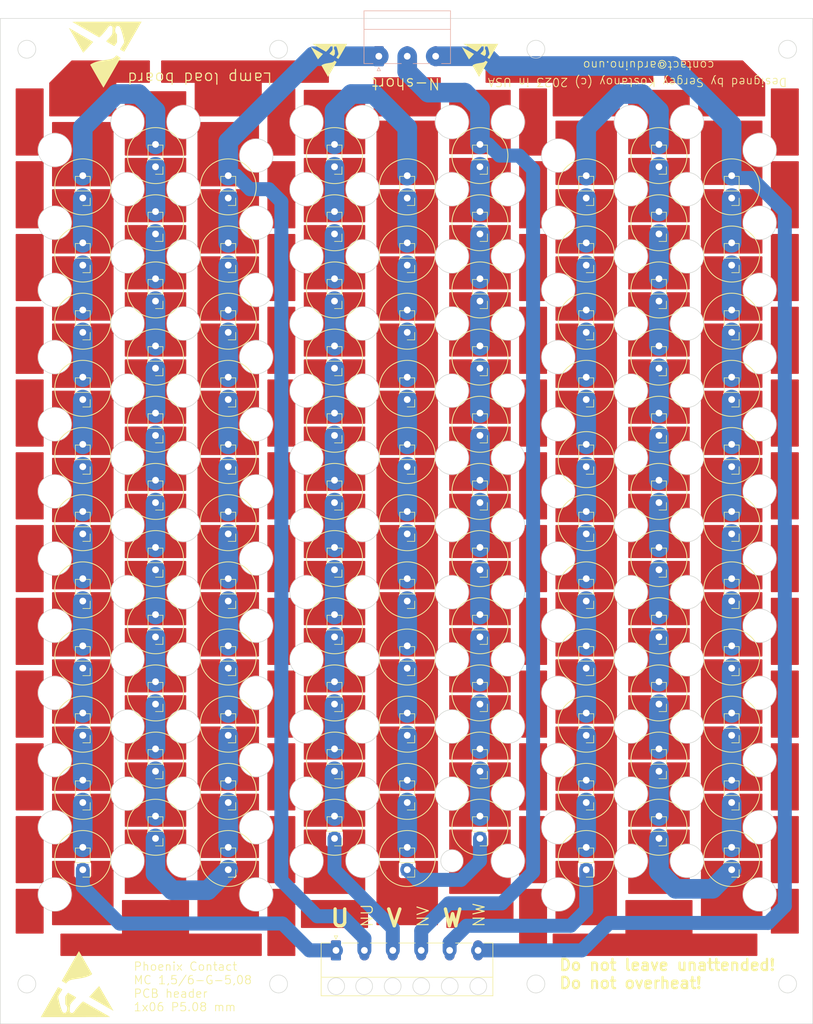
<source format=kicad_pcb>
(kicad_pcb (version 20221018) (generator pcbnew)
  (layers (0 "F.Cu" signal) (31 "B.Cu" signal) (34 "B.Paste" user) (35 "F.Paste" user) (36 "B.SilkS" user "B.Silkscreen") (37 "F.SilkS" user "F.Silkscreen") (38 "B.Mask" user) (39 "F.Mask" user) (44 "Edge.Cuts" user))
  (net 0 "")
  (net 1 "/NEUTRAL_U")
  (net 2 "/NEUTRAL_V")
  (net 3 "/NEUTRAL_W")
  (net 4 "/IN_U")
  (net 5 "/IN_V")
  (net 6 "/IN_W")
  (net 7 "Net-(LA1--)")
  (net 8 "Net-(LA1-+)")
  (net 9 "Net-(LA2--)")
  (net 10 "Net-(LA3--)")
  (net 11 "Net-(LA4--)")
  (net 12 "Net-(LA5--)")
  (net 13 "Net-(LA6--)")
  (net 14 "Net-(LA7--)")
  (net 15 "Net-(LA8--)")
  (net 16 "Net-(LA10-+)")
  (net 17 "Net-(LA11-+)")
  (net 18 "Net-(LA12--)")
  (net 19 "Net-(LA13--)")
  (net 20 "Net-(LA14--)")
  (net 21 "Net-(LA15--)")
  (net 22 "Net-(LA16--)")
  (net 23 "Net-(LA17--)")
  (net 24 "Net-(LA18--)")
  (net 25 "Net-(LA19--)")
  (net 26 "Net-(LA20--)")
  (net 27 "Net-(LA21--)")
  (net 28 "Net-(LA22--)")
  (net 29 "Net-(LA23--)")
  (net 30 "Net-(LA24--)")
  (net 31 "Net-(LA25--)")
  (net 32 "Net-(LA26--)")
  (net 33 "Net-(LA27--)")
  (net 34 "Net-(LA28--)")
  (net 35 "Net-(LA29--)")
  (net 36 "Net-(LA30--)")
  (net 37 "Net-(LA31--)")
  (net 38 "Net-(LA32--)")
  (net 39 "Net-(LA34--)")
  (net 40 "Net-(LA34-+)")
  (net 41 "Net-(LA35--)")
  (net 42 "Net-(LA36--)")
  (net 43 "Net-(LA37--)")
  (net 44 "Net-(LA38--)")
  (net 45 "Net-(LA39--)")
  (net 46 "Net-(LA40--)")
  (net 47 "Net-(LA41--)")
  (net 48 "Net-(LA42--)")
  (net 49 "Net-(LA43--)")
  (net 50 "Net-(LA45--)")
  (net 51 "Net-(LA46--)")
  (net 52 "Net-(LA47--)")
  (net 53 "Net-(LA48--)")
  (net 54 "Net-(LA49--)")
  (net 55 "Net-(LA50--)")
  (net 56 "Net-(LA51--)")
  (net 57 "Net-(LA52--)")
  (net 58 "Net-(LA53--)")
  (net 59 "Net-(LA54--)")
  (net 60 "Net-(LA55--)")
  (net 61 "Net-(LA56--)")
  (net 62 "Net-(LA57--)")
  (net 63 "Net-(LA58--)")
  (net 64 "Net-(LA59--)")
  (net 65 "Net-(LA60--)")
  (net 66 "Net-(LA61--)")
  (net 67 "Net-(LA62--)")
  (net 68 "Net-(LA63--)")
  (net 69 "Net-(LA64--)")
  (net 70 "Net-(LA65--)")
  (net 71 "Net-(LA67--)")
  (net 72 "Net-(LA67-+)")
  (net 73 "Net-(LA68--)")
  (net 74 "Net-(LA69--)")
  (net 75 "Net-(LA70--)")
  (net 76 "Net-(LA71--)")
  (net 77 "Net-(LA72--)")
  (net 78 "Net-(LA73--)")
  (net 79 "Net-(LA74--)")
  (net 80 "Net-(LA75--)")
  (net 81 "Net-(LA76--)")
  (net 82 "Net-(LA78--)")
  (net 83 "Net-(LA79--)")
  (net 84 "Net-(LA80--)")
  (net 85 "Net-(LA81--)")
  (net 86 "Net-(LA82--)")
  (net 87 "Net-(LA83--)")
  (net 88 "Net-(LA84--)")
  (net 89 "Net-(LA85--)")
  (net 90 "Net-(LA86--)")
  (net 91 "Net-(LA87--)")
  (net 92 "Net-(LA88--)")
  (net 93 "Net-(LA89--)")
  (net 94 "Net-(LA90--)")
  (net 95 "Net-(LA91--)")
  (net 96 "Net-(LA92--)")
  (net 97 "Net-(LA93--)")
  (net 98 "Net-(LA94--)")
  (net 99 "Net-(LA95--)")
  (net 100 "Net-(LA96--)")
  (net 101 "Net-(LA97--)")
  (net 102 "Net-(LA98--)")
  (footprint "Connector_PinHeader_4.00mm:PinHeader_1x02_P4.00mm_Vertical" (layer "F.Cu") (at 174 90.5875 180)
    (fp_text reference "LA92" hide)
    (fp_text value "Lamp")
  )
  (footprint "Connector_PinHeader_4.00mm:PinHeader_1x02_P4.00mm_Vertical" (layer "F.Cu") (at 116 54.5875 180)
    (fp_text reference "LA45" hide)
    (fp_text value "Lamp")
  )
  (footprint "Connector_PinHeader_4.00mm:PinHeader_1x02_P4.00mm_Vertical" (layer "F.Cu") (at 148 138.5875 180)
    (fp_text reference "LA74" hide)
    (fp_text value "Lamp")
  )
  (footprint "Connector_PinHeader_4.00mm:PinHeader_1x02_P4.00mm_Vertical" (layer "F.Cu") (at 129 73 180)
    (fp_text reference "LA58" hide)
    (fp_text value "Lamp")
  )
  (footprint "Connector_PinHeader_4.00mm:PinHeader_1x02_P4.00mm_Vertical" (layer "F.Cu") (at 116 78.5875 180)
    (fp_text reference "LA47" hide)
    (fp_text value "Lamp")
  )
  (footprint "Connector_PinHeader_4.00mm:PinHeader_1x02_P4.00mm_Vertical" (layer "F.Cu") (at 103 145 180)
    (fp_text reference "LA42" hide)
    (fp_text value "Lamp")
  )
  (footprint "Connector_PinHeader_4.00mm:PinHeader_1x02_P4.00mm_Vertical" (layer "F.Cu") (at 174 66.5875 180)
    (fp_text reference "LA90" hide)
    (fp_text value "Lamp")
  )
  (footprint "Connector_PinHeader_4.00mm:PinHeader_1x02_P4.00mm_Vertical" (layer "F.Cu") (at 103 169 180)
    (fp_text reference "LA44" hide)
    (fp_text value "Lamp")
  )
  (footprint "Connector_PinHeader_4.00mm:PinHeader_1x02_P4.00mm_Vertical" (layer "F.Cu") (at 58 126.5875 180)
    (fp_text reference "LA6" hide)
    (fp_text value "Lamp")
  )
  (footprint "Connector_PinHeader_4.00mm:PinHeader_1x02_P4.00mm_Vertical" (layer "F.Cu") (at 161 109 180)
    (fp_text reference "LA83" hide)
    (fp_text value "Lamp")
  )
  (footprint "Connector_PinHeader_4.00mm:PinHeader_1x02_P4.00mm_Vertical" (layer "F.Cu") (at 71 49 180)
    (fp_text reference "LA12" hide)
    (fp_text value "Lamp")
  )
  (footprint "Connector_PinHeader_4.00mm:PinHeader_1x02_P4.00mm_Vertical" (layer "F.Cu") (at 129 157 180)
    (fp_text reference "LA65" hide)
    (fp_text value "Lamp")
  )
  (footprint "Connector_PinHeader_4.00mm:PinHeader_1x02_P4.00mm_Vertical" (layer "F.Cu") (at 148 54.5875 180)
    (fp_text reference "LA67" hide)
    (fp_text value "Lamp")
  )
  (footprint "Connector_PinHeader_4.00mm:PinHeader_1x02_P4.00mm_Vertical" (layer "F.Cu") (at 148 78.5875 180)
    (fp_text reference "LA69" hide)
    (fp_text value "Lamp")
  )
  (footprint "Connector_PinHeader_4.00mm:PinHeader_1x02_P4.00mm_Vertical" (layer "F.Cu") (at 174 162.5875 180)
    (fp_text reference "LA98" hide)
    (fp_text value "Lamp")
  )
  (footprint "Connector_PinHeader_4.00mm:PinHeader_1x02_P4.00mm_Vertical" (layer "F.Cu") (at 116 114.5875 180)
    (fp_text reference "LA50" hide)
    (fp_text value "Lamp")
  )
  (footprint "Connector_PinHeader_4.00mm:PinHeader_1x02_P4.00mm_Vertical" (layer "F.Cu") (at 84 66.5875 180)
    (fp_text reference "LA24" hide)
    (fp_text value "Lamp")
  )
  (footprint "Connector_PinHeader_4.00mm:PinHeader_1x02_P4.00mm_Vertical" (layer "F.Cu") (at 129 109 180)
    (fp_text reference "LA61" hide)
    (fp_text value "Lamp")
  )
  (footprint "Connector_PinHeader_4.00mm:PinHeader_1x02_P4.00mm_Vertical" (layer "F.Cu") (at 58 78.5875 180)
    (fp_text reference "LA2" hide)
    (fp_text value "Lamp")
  )
  (footprint "Connector_PinHeader_4.00mm:PinHeader_1x02_P4.00mm_Vertical" (layer "F.Cu") (at 129 61 180)
    (fp_text reference "LA57" hide)
    (fp_text value "Lamp")
  )
  (footprint "Connector_PinHeader_4.00mm:PinHeader_1x02_P4.00mm_Vertical" (layer "F.Cu") (at 116 150.5875 180)
    (fp_text reference "LA53" hide)
    (fp_text value "Lamp")
  )
  (footprint "Connector_PinHeader_4.00mm:PinHeader_1x02_P4.00mm_Vertical" (layer "F.Cu") (at 174 138.5875 180)
    (fp_text reference "LA96" hide)
    (fp_text value "Lamp")
  )
  (footprint "Connector_PinHeader_4.00mm:PinHeader_1x02_P4.00mm_Vertical" (layer "F.Cu") (at 84 150.5875 180)
    (fp_text reference "LA31" hide)
    (fp_text value "Lamp")
  )
  (footprint "Connector_PinHeader_4.00mm:PinHeader_1x02_P4.00mm_Vertical" (layer "F.Cu") (at 84 114.5875 180)
    (fp_text reference "LA28" hide)
    (fp_text value "Lamp")
  )
  (footprint "Connector_PinHeader_4.00mm:PinHeader_1x02_P4.00mm_Vertical" (layer "F.Cu") (at 174 174.5875 180)
    (fp_text reference "LA99" hide)
    (fp_text value "Lamp")
  )
  (footprint "Connector_PinHeader_4.00mm:PinHeader_1x02_P4.00mm_Vertical" (layer "F.Cu") (at 58 174.5875 180)
    (fp_text reference "LA10" hide)
    (fp_text value "Lamp")
  )
  (footprint "Connector_PinHeader_4.00mm:PinHeader_1x02_P4.00mm_Vertical" (layer "F.Cu") (at 58 138.5875 180)
    (fp_text reference "LA7" hide)
    (fp_text value "Lamp")
  )
  (footprint "Connector_PinHeader_4.00mm:PinHeader_1x02_P4.00mm_Vertical" (layer "F.Cu") (at 71 109 180)
    (fp_text reference "LA17" hide)
    (fp_text value "Lamp")
  )
  (footprint "Symbol:ESD-Logo_6.6x6mm_SilkScreen" (layer "F.Cu") (at 102 30 180)
    (fp_text reference "REF**" hide)
    (fp_text value "ESD-Logo_6.6x6mm_SilkScreen" hide)
  )
  (footprint "Connector_PinHeader_4.00mm:PinHeader_1x02_P4.00mm_Vertical" (layer "F.Cu") (at 148 162.5875 180)
    (fp_text reference "LA76" hide)
    (fp_text value "Lamp")
  )
  (footprint "Connector_PinHeader_4.00mm:PinHeader_1x02_P4.00mm_Vertical" (layer "F.Cu") (at 148 150.5875 180)
    (fp_text reference "LA75" hide)
    (fp_text value "Lamp")
  )
  (footprint "Connector_PinHeader_4.00mm:PinHeader_1x02_P4.00mm_Vertical" (layer "F.Cu") (at 84 54.5875 180)
    (fp_text reference "LA23" hide)
    (fp_text value "Lamp")
  )
  (footprint "Connector_PinHeader_4.00mm:PinHeader_1x02_P4.00mm_Vertical" (layer "F.Cu") (at 116 126.5875 180)
    (fp_text reference "LA51" hide)
    (fp_text value "Lamp")
  )
  (footprint "Connector_PinHeader_4.00mm:PinHeader_1x02_P4.00mm_Vertical" (layer "F.Cu") (at 103 73 180)
    (fp_text reference "LA36" hide)
    (fp_text value "Lamp")
  )
  (footprint "Connector_PinHeader_4.00mm:PinHeader_1x02_P4.00mm_Vertical" (layer "F.Cu") (at 103 49 180)
    (fp_text reference "LA34" hide)
    (fp_text value "Lamp")
  )
  (footprint "Connector_PinHeader_4.00mm:PinHeader_1x02_P4.00mm_Vertical" (layer "F.Cu") (at 103 97 180)
    (fp_text reference "LA38" hide)
    (fp_text value "Lamp")
  )
  (footprint "Connector_PinHeader_4.00mm:PinHeader_1x02_P4.00mm_Vertical" (layer "F.Cu") (at 161 73 180)
    (fp_text reference "LA80" hide)
    (fp_text value "Lamp")
  )
  (footprint "Connector_Phoenix_MC_HighVoltage:PhoenixContact_MC_1,5_6-G-5.08_1x06_P5.08mm_Horizontal" (layer "F.Cu") (at 103.26 189)
    (fp_text reference "J2" hide)
    (fp_text value "Conn_01x06_Pin")
  )
  (footprint "Connector_PinHeader_4.00mm:PinHeader_1x02_P4.00mm_Vertical" (layer "F.Cu") (at 161 121 180)
    (fp_text reference "LA84" hide)
    (fp_text value "Lamp")
  )
  (footprint "Connector_PinHeader_4.00mm:PinHeader_1x02_P4.00mm_Vertical" (layer "F.Cu") (at 174 114.5875 180)
    (fp_text reference "LA94" hide)
    (fp_text value "Lamp")
  )
  (footprint "Connector_PinHeader_4.00mm:PinHeader_1x02_P4.00mm_Vertical" (layer "F.Cu") (at 103 157 180)
    (fp_text reference "LA43" hide)
    (fp_text value "Lamp")
  )
  (footprint "Connector_PinHeader_4.00mm:PinHeader_1x02_P4.00mm_Vertical" (layer "F.Cu") (at 161 133 180)
    (fp_text reference "LA85" hide)
    (fp_text value "Lamp")
  )
  (footprint "Connector_PinHeader_4.00mm:PinHeader_1x02_P4.00mm_Vertical" (layer "F.Cu") (at 116 90.5875 180)
    (fp_text reference "LA48" hide)
    (fp_text value "Lamp")
  )
  (footprint "Connector_PinHeader_4.00mm:PinHeader_1x02_P4.00mm_Vertical" (layer "F.Cu") (at 116 162.5875 180)
    (fp_text reference "LA54" hide)
    (fp_text value "Lamp")
  )
  (footprint "Connector_PinHeader_4.00mm:PinHeader_1x02_P4.00mm_Vertical" (layer "F.Cu") (at 129 121 180)
    (fp_text reference "LA62" hide)
    (fp_text value "Lamp")
  )
  (footprint "Connector_PinHeader_4.00mm:PinHeader_1x02_P4.00mm_Vertical" (layer "F.Cu") (at 129 97 180)
    (fp_text reference "LA60" hide)
    (fp_text value "Lamp")
  )
  (footprint "Connector_PinHeader_4.00mm:PinHeader_1x02_P4.00mm_Vertical" (layer "F.Cu") (at 58 150.5875 180)
    (fp_text reference "LA8" hide)
    (fp_text value "Lamp")
  )
  (footprint "Connector_PinHeader_4.00mm:PinHeader_1x02_P4.00mm_Vertical" (layer "F.Cu") (at 174 54.5875 180)
    (fp_text reference "LA89" hide)
    (fp_text value "Lamp")
  )
  (footprint "Connector_PinHeader_4.00mm:PinHeader_1x02_P4.00mm_Vertical" (layer "F.Cu") (at 58 114.5875 180)
    (fp_text reference "LA5" hide)
    (fp_text value "Lamp")
  )
  (footprint "Connector_PinHeader_4.00mm:PinHeader_1x02_P4.00mm_Vertical" (layer "F.Cu") (at 148 174.5875 180)
    (fp_text reference "LA77" hide)
    (fp_text value "Lamp")
  )
  (footprint "Connector_PinHeader_4.00mm:PinHeader_1x02_P4.00mm_Vertical" (layer "F.Cu") (at 129 169 180)
    (fp_text reference "LA66" hide)
    (fp_text value "Lamp")
  )
  (footprint "Connector_PinHeader_4.00mm:PinHeader_1x02_P4.00mm_Vertical" (layer "F.Cu") (at 161 85 180)
    (fp_text reference "LA81" hide)
    (fp_text value "Lamp")
  )
  (footprint "Connector_PinHeader_4.00mm:PinHeader_1x02_P4.00mm_Vertical" (layer "F.Cu") (at 84 126.5875 180)
    (fp_text reference "LA29" hide)
    (fp_text value "Lamp")
  )
  (footprint "Connector_PinHeader_4.00mm:PinHeader_1x02_P4.00mm_Vertical" (layer "F.Cu") (at 129 145 180)
    (fp_text reference "LA64" hide)
    (fp_text value "Lamp")
  )
  (footprint "Connector_PinHeader_4.00mm:PinHeader_1x02_P4.00mm_Vertical" (layer "F.Cu") (at 58 162.5875 180)
    (fp_text reference "LA9" hide)
    (fp_text value "Lamp")
  )
  (footprint "Connector_PinHeader_4.00mm:PinHeader_1x02_P4.00mm_Vertical" (layer "F.Cu") (at 129 133 180)
    (fp_text reference "LA63" hide)
    (fp_text value "Lamp")
  )
  (footprint "Connector_PinHeader_4.00mm:PinHeader_1x02_P4.00mm_Vertical" (layer "F.Cu") (at 84 102.5875 180)
    (fp_text reference "LA27" hide)
    (fp_text value "Lamp")
  )
  (footprint "Connector_PinHeader_4.00mm:PinHeader_1x02_P4.00mm_Vertical" (layer "F.Cu") (at 71 97 180)
    (fp_text reference "LA16" hide)
    (fp_text value "Lamp")
  )
  (footprint "Symbol:ESD-Logo_6.6x6mm_SilkScreen" (layer "F.Cu") (at 129 30 180)
    (fp_text reference "REF**" hide)
    (fp_text value "ESD-Logo_6.6x6mm_SilkScreen" hide)
  )
  (footprint "Connector_PinHeader_4.00mm:PinHeader_1x02_P4.00mm_Vertical" (layer "F.Cu") (at 84 174.5875 180)
    (fp_text reference "LA33" hide)
    (fp_text value "Lamp")
  )
  (footprint "Connector_PinHeader_4.00mm:PinHeader_1x02_P4.00mm_Vertical" (layer "F.Cu") (at 103 109 180)
    (fp_text reference "LA39" hide)
    (fp_text value "Lamp")
  )
  (footprint "Connector_PinHeader_4.00mm:PinHeader_1x02_P4.00mm_Vertical" (layer "F.Cu") (at 71 145 180)
    (fp_text reference "LA20" hide)
    (fp_text value "Lamp")
  )
  (footprint "Connector_PinHeader_4.00mm:PinHeader_1x02_P4.00mm_Vertical" (layer "F.Cu") (at 161 145 180)
    (fp_text reference "LA86" hide)
    (fp_text value "Lamp")
  )
  (footprint "Connector_PinHeader_4.00mm:PinHeader_1x02_P4.00mm_Vertical" (layer "F.Cu") (at 103 121 180)
    (fp_text reference "LA40" hide)
    (fp_text value "Lamp")
  )
  (footprint "Connector_PinHeader_4.00mm:PinHeader_1x02_P4.00mm_Vertical" (layer "F.Cu") (at 116 174.5875 180)
    (fp_text reference "LA55" hide)
    (fp_text value "Lamp")
  )
  (footprint "Connector_PinHeader_4.00mm:PinHeader_1x02_P4.00mm_Vertical" (layer "F.Cu") (at 148 114.5875 180)
    (fp_text reference "LA72" hide)
    (fp_text value "Lamp")
  )
  (footprint "Symbol:ESD-Logo_13.2x12mm_SilkScreen" (layer "F.Cu") (at 57 195)
    (fp_text reference "REF**" hide)
    (fp_text value "ESD-Logo_13.2x12mm_SilkScreen" hide)
  )
  (footprint "Connector_PinHeader_4.00mm:PinHeader_1x02_P4.00mm_Vertical" (layer "F.Cu") (at 116 138.5875 180)
    (fp_text reference "LA52" hide)
    (fp_text value "Lamp")
  )
  (footprint "Connector_PinHeader_4.00mm:PinHeader_1x02_P4.00mm_Vertical" (layer "F.Cu") (at 103 61 180)
    (fp_text reference "LA35" hide)
    (fp_text value "Lamp")
  )
  (footprint "Connector_PinHeader_4.00mm:PinHeader_1x02_P4.00mm_Vertical" (layer "F.Cu") (at 161 157 180)
    (fp_text reference "LA87" hide)
    (fp_text value "Lamp")
  )
  (footprint "Connector_PinHeader_4.00mm:PinHeader_1x02_P4.00mm_Vertical" (layer "F.Cu") (at 103 133 180)
    (fp_text reference "LA41" hide)
    (fp_text value "Lamp")
  )
  (footprint "Connector_PinHeader_4.00mm:PinHeader_1x02_P4.00mm_Vertical" (layer "F.Cu") (at 116 102.5875 180)
    (fp_text reference "LA49" hide)
    (fp_text value "Lamp")
  )
  (footprint "Connector_PinHeader_4.00mm:PinHeader_1x02_P4.00mm_Vertical" (layer "F.Cu") (at 161 49 180)
    (fp_text reference "LA78" hide)
    (fp_text value "Lamp")
  )
  (footprint "Connector_PinHeader_4.00mm:PinHeader_1x02_P4.00mm_Vertical" (layer "F.Cu") (at 71 73 180)
    (fp_text reference "LA14" hide)
    (fp_text value "Lamp")
  )
  (footprint "Connector_PinHeader_4.00mm:PinHeader_1x02_P4.00mm_Vertical" (layer "F.Cu") (at 174 102.5875 180)
    (fp_text reference "LA93" hide)
    (fp_text value "Lamp")
  )
  (footprint "Connector_PinHeader_4.00mm:PinHeader_1x02_P4.00mm_Vertical" (layer "F.Cu") (at 103 85 180)
    (fp_text reference "LA37" hide)
    (fp_text value "Lamp")
  )
  (footprint "Connector_PinHeader_4.00mm:PinHeader_1x02_P4.00mm_Vertical" (layer "F.Cu") (at 148 102.5875 180)
    (fp_text reference "LA71" hide)
    (fp_text value "Lamp")
  )
  (footprint "Connector_PinHeader_4.00mm:PinHeader_1x02_P4.00mm_Vertical" (layer "F.Cu") (at 161 97 180)
    (fp_text reference "LA82" hide)
    (fp_text value "Lamp")
  )
  (footprint "Connector_PinHeader_4.00mm:PinHeader_1x02_P4.00mm_Vertical" (layer "F.Cu") (at 71 169 180)
    (fp_text reference "LA22" hide)
    (fp_text value "Lamp")
  )
  (footprint "Connector_PinHeader_4.00mm:PinHeader_1x02_P4.00mm_Vertical" (layer "F.Cu") (at 148 126.5875 180)
    (fp_text reference "LA73" hide)
    (fp_text value "Lamp")
  )
  (footprint "Connector_PinHeader_4.00mm:PinHeader_1x02_P4.00mm_Vertical" (layer "F.Cu") (at 84 138.5875 180)
    (fp_text reference "LA30" hide)
    (fp_text value "Lamp")
  )
  (footprint "Connector_PinHeader_4.00mm:PinHeader_1x02_P4.00mm_Vertical" (layer "F.Cu") (at 84 90.5875 180)
    (fp_text reference "LA26" hide)
    (fp_text value "Lamp")
  )
  (footprint "Symbol:ESD-Logo_13.2x12mm_SilkScreen" (layer "F.Cu") (at 62 29 180)
    (fp_text reference "REF**" hide)
    (fp_text value "ESD-Logo_13.2x12mm_SilkScreen" hide)
  )
  (footprint "Connector_PinHeader_4.00mm:PinHeader_1x02_P4.00mm_Vertical" (layer "F.Cu") (at 84 78.5875 180)
    (fp_text reference "LA25" hide)
    (fp_text value "Lamp")
  )
  (footprint "Connector_PinHeader_4.00mm:PinHeader_1x02_P4.00mm_Vertical" (layer "F.Cu") (at 71 61 180)
    (fp_text reference "LA13" hide)
    (fp_text value "Lamp")
  )
  (footprint "Connector_PinHeader_4.00mm:PinHeader_1x02_P4.00mm_Vertical" (layer "F.Cu") (at 174 126.5875 180)
    (fp_text reference "LA95" hide)
    (fp_text value "Lamp")
  )
  (footprint "Connector_PinHeader_4.00mm:PinHeader_1x02_P4.00mm_Vertical" (layer "F.Cu") (at 116 66.5875 180)
    (fp_text reference "LA46" hide)
    (fp_text value "Lamp")
  )
  (footprint "Connector_PinHeader_4.00mm:PinHeader_1x02_P4.00mm_Vertical" (layer "F.Cu") (at 58 66.5875 180)
    (fp_text reference "LA1" hide)
    (fp_text value "Lamp")
  )
  (footprint "Connector_PinHeader_4.00mm:PinHeader_1x02_P4.00mm_Vertical" (layer "F.Cu") (at 161 61 180)
    (fp_text reference "LA79" hide)
    (fp_text value "Lamp")
  )
  (footprint "Connector_PinHeader_4.00mm:PinHeader_1x02_P4.00mm_Vertical" (layer "F.Cu") (at 71 157 180)
    (fp_text reference "LA21" hide)
    (fp_text value "Lamp")
  )
  (footprint "Connector_PinHeader_4.00mm:PinHeader_1x02_P4.00mm_Vertical" (layer "F.Cu") (at 129 85 180)
    (fp_text reference "LA59" hide)
    (fp_text value "Lamp")
  )
  (footprint "Connector_PinHeader_4.00mm:PinHeader_1x02_P4.00mm_Vertical" (layer "F.Cu") (at 148 90.5875 180)
    (fp_text reference "LA70" hide)
    (fp_text value "Lamp")
  )
  (footprint "Connector_PinHeader_4.00mm:PinHeader_1x02_P4.00mm_Vertical" (layer "F.Cu") (at 84 162.5875 180)
    (fp_text reference "LA32" hide)
    (fp_text value "Lamp")
  )
  (footprint "Connector_PinHeader_4.00mm:PinHeader_1x02_P4.00mm_Vertical" (layer "F.Cu") (at 58 90.5875 180)
    (fp_text reference "LA3" hide)
    (fp_text value "Lamp")
  )
  (footprint "Connector_PinHeader_4.00mm:PinHeader_1x02_P4.00mm_Vertical" (layer "F.Cu") (at 58 102.5875 180)
    (fp_text reference "LA4" hide)
    (fp_text value "Lamp")
  )
  (footprint "Connector_PinHeader_4.00mm:PinHeader_1x02_P4.00mm_Vertical" (layer "F.Cu") (at 71 85 180)
    (fp_text reference "LA15" hide)
    (fp_text value "Lamp")
  )
  (footprint "Connector_PinHeader_4.00mm:PinHeader_1x02_P4.00mm_Vertical" (layer "F.Cu") (at 58 54.5875 180)
    (fp_text reference "LA11" hide)
    (fp_text value "Lamp")
  )
  (footprint "Connector_PinHeader_4.00mm:PinHeader_1x02_P4.00mm_Vertical" (layer "F.Cu") (at 71 121 180)
    (fp_text reference "LA18" hide)
    (fp_text value "Lamp")
  )
  (footprint "Connector_PinHeader_4.00mm:PinHeader_1x02_P4.00mm_Vertical" (layer "F.Cu") (at 174 150.5875 180)
    (fp_text reference "LA97" hide)
    (fp_text value "Lamp")
  )
  (footprint "Connector_PinHeader_4.00mm:PinHeader_1x02_P4.00mm_Vertical" (layer "F.Cu") (at 129 49 180)
    (fp_text reference "LA56" hide)
    (fp_text value "Lamp")
  )
  (footprint "Connector_PinHeader_4.00mm:PinHeader_1x02_P4.00mm_Vertical" (layer "F.Cu") (at 174 78.5875 180)
    (fp_text reference "LA91" hide)
    (fp_text value "Lamp")
  )
  (footprint "Connector_PinHeader_4.00mm:PinHeader_1x02_P4.00mm_Vertical" (layer "F.Cu") (at 161 169 180)
    (fp_text reference "LA88" hide)
    (fp_text value "Lamp")
  )
  (footprint "Connector_PinHeader_4.00mm:PinHeader_1x02_P4.00mm_Vertical" (layer "F.Cu") (at 148 66.5875 180)
    (fp_text reference "LA68" hide)
    (fp_text value "Lamp")
  )
  (footprint "Connector_PinHeader_4.00mm:PinHeader_1x02_P4.00mm_Vertical" (layer "F.Cu") (at 71 133 180)
    (fp_text reference "LA19" hide)
    (fp_text value "Lamp")
  )
  (footprint "Connector_Phoenix_MC_HighVoltage:PhoenixContact_MC_1,5_3-G-5.08_1x03_P5.08mm_Horizontal" (layer "B.Cu") (at 110.92 29.25)
    (fp_text reference "J1" hide)
    (fp_text value "Conn_01x03_Pin")
  )
  (gr_circle locked (center 148 101.3175) (end 153 101.3175) (stroke (width 0.15)) (fill none) (layer "F.SilkS"))
  (gr_circle locked (center 161 71) (end 166 71) (stroke (width 0.15)) (fill none) (layer "F.SilkS"))
  (gr_circle locked (center 116 136.5875) (end 121 136.5875) (stroke (width 0.15)) (fill none) (layer "F.SilkS"))
  (gr_circle locked (center 148 124.5875) (end 153 124.5875) (stroke (width 0.15)) (fill none) (layer "F.SilkS"))
  (gr_circle locked (center 103 119) (end 108 119) (stroke (width 0.15)) (fill none) (layer "F.SilkS"))
  (gr_circle locked (center 161 167) (end 166 167) (stroke (width 0.15)) (fill none) (layer "F.SilkS"))
  (gr_circle locked (center 129 59) (end 134 59) (stroke (width 0.15)) (fill none) (layer "F.SilkS"))
  (gr_circle locked (center 84 52.5875) (end 89 52.5875) (stroke (width 0.15)) (fill none) (layer "F.SilkS"))
  (gr_circle locked (center 148 64.5875) (end 153 64.5875) (stroke (width 0.15)) (fill none) (layer "F.SilkS"))
  (gr_circle locked (center 58 124.5875) (end 63 124.5875) (stroke (width 0.15)) (fill none) (layer "F.SilkS"))
  (gr_circle locked (center 174 100.5875) (end 179 100.5875) (stroke (width 0.15)) (fill none) (layer "F.SilkS"))
  (gr_circle locked (center 129 107) (end 134 107) (stroke (width 0.15)) (fill none) (layer "F.SilkS"))
  (gr_circle locked (center 161 59) (end 166 59) (stroke (width 0.15)) (fill none) (layer "F.SilkS"))
  (gr_circle locked (center 58 160.5875) (end 63 160.5875) (stroke (width 0.15)) (fill none) (layer "F.SilkS"))
  (gr_circle locked (center 129 83) (end 134 83) (stroke (width 0.15)) (fill none) (layer "F.SilkS"))
  (gr_circle locked (center 103 71) (end 108 71) (stroke (width 0.15)) (fill none) (layer "F.SilkS"))
  (gr_circle locked (center 71 95) (end 76 95) (stroke (width 0.15)) (fill none) (layer "F.SilkS"))
  (gr_circle locked (center 161 47) (end 166 47) (stroke (width 0.15)) (fill none) (layer "F.SilkS"))
  (gr_circle locked (center 161 83) (end 166 83) (stroke (width 0.15)) (fill none) (layer "F.SilkS"))
  (gr_circle locked (center 161 131) (end 166 131) (stroke (width 0.15)) (fill none) (layer "F.SilkS"))
  (gr_circle locked (center 103 47) (end 108 47) (stroke (width 0.15)) (fill none) (layer "F.SilkS"))
  (gr_circle locked (center 71 59) (end 76 59) (stroke (width 0.15)) (fill none) (layer "F.SilkS"))
  (gr_circle locked (center 174 112.5875) (end 179 112.5875) (stroke (width 0.15)) (fill none) (layer "F.SilkS"))
  (gr_circle locked (center 84 172.5875) (end 89 172.5875) (stroke (width 0.15)) (fill none) (layer "F.SilkS"))
  (gr_circle locked (center 103 167) (end 108 167) (stroke (width 0.15)) (fill none) (layer "F.SilkS"))
  (gr_circle locked (center 58 100.5875) (end 63 100.5875) (stroke (width 0.15)) (fill none) (layer "F.SilkS"))
  (gr_circle locked (center 148 52.5875) (end 153 52.5875) (stroke (width 0.15)) (fill none) (layer "F.SilkS"))
  (gr_circle locked (center 58 148.5875) (end 63 148.5875) (stroke (width 0.15)) (fill none) (layer "F.SilkS"))
  (gr_circle locked (center 129 119) (end 134 119) (stroke (width 0.15)) (fill none) (layer "F.SilkS"))
  (gr_circle locked (center 129 95) (end 134 95) (stroke (width 0.15)) (fill none) (layer "F.SilkS"))
  (gr_circle locked (center 103 143) (end 108 143) (stroke (width 0.15)) (fill none) (layer "F.SilkS"))
  (gr_circle locked (center 174 124.5875) (end 179 124.5875) (stroke (width 0.15)) (fill none) (layer "F.SilkS"))
  (gr_circle locked (center 84 124.5875) (end 89 124.5875) (stroke (width 0.15)) (fill none) (layer "F.SilkS"))
  (gr_circle locked (center 71 167) (end 76 167) (stroke (width 0.15)) (fill none) (layer "F.SilkS"))
  (gr_circle locked (center 103 59) (end 108 59) (stroke (width 0.15)) (fill none) (layer "F.SilkS"))
  (gr_circle locked (center 84 136.5875) (end 89 136.5875) (stroke (width 0.15)) (fill none) (layer "F.SilkS"))
  (gr_circle locked (center 58 76.5875) (end 63 76.5875) (stroke (width 0.15)) (fill none) (layer "F.SilkS"))
  (gr_circle locked (center 116 112.5875) (end 121 112.5875) (stroke (width 0.15)) (fill none) (layer "F.SilkS"))
  (gr_circle locked (center 84 100.5875) (end 89 100.5875) (stroke (width 0.15)) (fill none) (layer "F.SilkS"))
  (gr_circle locked (center 71 47) (end 76 47) (stroke (width 0.15)) (fill none) (layer "F.SilkS"))
  (gr_circle locked (center 129 71) (end 134 71) (stroke (width 0.15)) (fill none) (layer "F.SilkS"))
  (gr_circle locked (center 71 155) (end 76 155) (stroke (width 0.15)) (fill none) (layer "F.SilkS"))
  (gr_circle locked (center 116 64.5875) (end 121 64.5875) (stroke (width 0.15)) (fill none) (layer "F.SilkS"))
  (gr_circle locked (center 103 95) (end 108 95) (stroke (width 0.15)) (fill none) (layer "F.SilkS"))
  (gr_circle locked (center 103 131) (end 108 131) (stroke (width 0.15)) (fill none) (layer "F.SilkS"))
  (gr_circle locked (center 116 124.5875) (end 121 124.5875) (stroke (width 0.15)) (fill none) (layer "F.SilkS"))
  (gr_circle locked (center 148 148.5875) (end 153 148.5875) (stroke (width 0.15)) (fill none) (layer "F.SilkS"))
  (gr_circle locked (center 174 52.5875) (end 179 52.5875) (stroke (width 0.15)) (fill none) (layer "F.SilkS"))
  (gr_circle locked (center 58 64.5875) (end 63 64.5875) (stroke (width 0.15)) (fill none) (layer "F.SilkS"))
  (gr_circle locked (center 161 143) (end 166 143) (stroke (width 0.15)) (fill none) (layer "F.SilkS"))
  (gr_circle locked (center 148 76.5875) (end 153 76.5875) (stroke (width 0.15)) (fill none) (layer "F.SilkS"))
  (gr_circle locked (center 84 160.5875) (end 89 160.5875) (stroke (width 0.15)) (fill none) (layer "F.SilkS"))
  (gr_circle locked (center 174 64.5875) (end 179 64.5875) (stroke (width 0.15)) (fill none) (layer "F.SilkS"))
  (gr_circle locked (center 84 148.5875) (end 89 148.5875) (stroke (width 0.15)) (fill none) (layer "F.SilkS"))
  (gr_circle locked (center 129 155) (end 134 155) (stroke (width 0.15)) (fill none) (layer "F.SilkS"))
  (gr_circle locked (center 174 160.5875) (end 179 160.5875) (stroke (width 0.15)) (fill none) (layer "F.SilkS"))
  (gr_circle locked (center 58 88.5875) (end 63 88.5875) (stroke (width 0.15)) (fill none) (layer "F.SilkS"))
  (gr_circle locked (center 129 47) (end 134 47) (stroke (width 0.15)) (fill none) (layer "F.SilkS"))
  (gr_circle locked (center 116 76.5875) (end 121 76.5875) (stroke (width 0.15)) (fill none) (layer "F.SilkS"))
  (gr_circle locked (center 174 172.5875) (end 179 172.5875) (stroke (width 0.15)) (fill none) (layer "F.SilkS"))
  (gr_circle locked (center 58 136.5875) (end 63 136.5875) (stroke (width 0.15)) (fill none) (layer "F.SilkS"))
  (gr_circle locked (center 103 83) (end 108 83) (stroke (width 0.15)) (fill none) (layer "F.SilkS"))
  (gr_circle locked (center 116 148.5875) (end 121 148.5875) (stroke (width 0.15)) (fill none) (layer "F.SilkS"))
  (gr_circle locked (center 161 119) (end 166 119) (stroke (width 0.15)) (fill none) (layer "F.SilkS"))
  (gr_circle locked (center 84 64.5875) (end 89 64.5875) (stroke (width 0.15)) (fill none) (layer "F.SilkS"))
  (gr_circle locked (center 129 143) (end 134 143) (stroke (width 0.15)) (fill none) (layer "F.SilkS"))
  (gr_circle locked (center 116 52.5875) (end 121 52.5875) (stroke (width 0.15)) (fill none) (layer "F.SilkS"))
  (gr_circle locked (center 71 119) (end 76 119) (stroke (width 0.15)) (fill none) (layer "F.SilkS"))
  (gr_circle locked (center 71 83) (end 76 83) (stroke (width 0.15)) (fill none) (layer "F.SilkS"))
  (gr_circle locked (center 129 167) (end 134 167) (stroke (width 0.15)) (fill none) (layer "F.SilkS"))
  (gr_circle locked (center 129 131) (end 134 131) (stroke (width 0.15)) (fill none) (layer "F.SilkS"))
  (gr_circle locked (center 148 160.5875) (end 153 160.5875) (stroke (width 0.15)) (fill none) (layer "F.SilkS"))
  (gr_circle locked (center 161 107) (end 166 107) (stroke (width 0.15)) (fill none) (layer "F.SilkS"))
  (gr_circle locked (center 116 88.5875) (end 121 88.5875) (stroke (width 0.15)) (fill none) (layer "F.SilkS"))
  (gr_circle locked (center 116 160.5875) (end 121 160.5875) (stroke (width 0.15)) (fill none) (layer "F.SilkS"))
  (gr_circle locked (center 71 107) (end 76 107) (stroke (width 0.15)) (fill none) (layer "F.SilkS"))
  (gr_circle locked (center 71 143) (end 76 143) (stroke (width 0.15)) (fill none) (layer "F.SilkS"))
  (gr_circle locked (center 116 172.5875) (end 121 172.5875) (stroke (width 0.15)) (fill none) (layer "F.SilkS"))
  (gr_circle locked (center 148 172.5875) (end 153 172.5875) (stroke (width 0.15)) (fill none) (layer "F.SilkS"))
  (gr_circle locked (center 148 88.5875) (end 153 88.5875) (stroke (width 0.15)) (fill none) (layer "F.SilkS"))
  (gr_circle locked (center 84 88.5875) (end 89 88.5875) (stroke (width 0.15)) (fill none) (layer "F.SilkS"))
  (gr_circle locked (center 103 155) (end 108 155) (stroke (width 0.15)) (fill none) (layer "F.SilkS"))
  (gr_circle locked (center 174 88.5875) (end 179 88.5875) (stroke (width 0.15)) (fill none) (layer "F.SilkS"))
  (gr_circle locked (center 161 95) (end 166 95) (stroke (width 0.15)) (fill none) (layer "F.SilkS"))
  (gr_circle locked (center 148 112.5875) (end 153 112.5875) (stroke (width 0.15)) (fill none) (layer "F.SilkS"))
  (gr_circle locked (center 71 71) (end 76 71) (stroke (width 0.15)) (fill none) (layer "F.SilkS"))
  (gr_circle locked (center 71 131) (end 76 131) (stroke (width 0.15)) (fill none) (layer "F.SilkS"))
  (gr_circle locked (center 58 52.5875) (end 63 52.5875) (stroke (width 0.15)) (fill none) (layer "F.SilkS"))
  (gr_circle locked (center 148 136.5875) (end 153 136.5875) (stroke (width 0.15)) (fill none) (layer "F.SilkS"))
  (gr_circle locked (center 58 112.5875) (end 63 112.5875) (stroke (width 0.15)) (fill none) (layer "F.SilkS"))
  (gr_circle locked (center 84 112.5875) (end 89 112.5875) (stroke (width 0.15)) (fill none) (layer "F.SilkS"))
  (gr_circle locked (center 161 155) (end 166 155) (stroke (width 0.15)) (fill none) (layer "F.SilkS"))
  (gr_circle locked (center 174 136.5875) (end 179 136.5875) (stroke (width 0.15)) (fill none) (layer "F.SilkS"))
  (gr_circle locked (center 58 172.5875) (end 63 172.5875) (stroke (width 0.15)) (fill none) (layer "F.SilkS"))
  (gr_circle locked (center 84 76.5875) (end 89 76.5875) (stroke (width 0.15)) (fill none) (layer "F.SilkS"))
  (gr_circle locked (center 174 76.5875) (end 179 76.5875) (stroke (width 0.15)) (fill none) (layer "F.SilkS"))
  (gr_circle locked (center 116 100.5875) (end 121 100.5875) (stroke (width 0.15)) (fill none) (layer "F.SilkS"))
  (gr_circle locked (center 103 107) (end 108 107) (stroke (width 0.15)) (fill none) (layer "F.SilkS"))
  (gr_circle locked (center 174 148.5875) (end 179 148.5875) (stroke (width 0.15)) (fill none) (layer "F.SilkS"))
  (gr_circle locked (center 143 143) (end 146 143) (stroke (width 0.1)) (fill none) (layer "Edge.Cuts"))
  (gr_circle locked (center 179 83) (end 182 83) (stroke (width 0.1)) (fill none) (layer "Edge.Cuts"))
  (gr_circle locked (center 98 161) (end 101 161) (stroke (width 0.1)) (fill none) (layer "Edge.Cuts"))
  (gr_circle locked (center 179 46) (end 182 46) (stroke (width 0.1)) (fill none) (layer "Edge.Cuts"))
  (gr_circle locked (center 98 173) (end 101 173) (stroke (width 0.1)) (fill none) (layer "Edge.Cuts"))
  (gr_circle locked (center 108 53) (end 111 53) (stroke (width 0.1)) (fill none) (layer "Edge.Cuts"))
  (gr_circle locked (center 66 101) (end 69 101) (stroke (width 0.1)) (fill none) (layer "Edge.Cuts"))
  (gr_circle locked (center 108 101) (end 111 101) (stroke (width 0.1)) (fill none) (layer "Edge.Cuts"))
  (gr_circle locked (center 76 89) (end 79 89) (stroke (width 0.1)) (fill none) (layer "Edge.Cuts"))
  (gr_circle locked (center 98 137) (end 101 137) (stroke (width 0.1)) (fill none) (layer "Edge.Cuts"))
  (gr_circle locked (center 134 77) (end 137 77) (stroke (width 0.1)) (fill none) (layer "Edge.Cuts"))
  (gr_circle locked (center 66 113) (end 69 113) (stroke (width 0.1)) (fill none) (layer "Edge.Cuts"))
  (gr_circle locked (center 66 53) (end 69 53) (stroke (width 0.1)) (fill none) (layer "Edge.Cuts"))
  (gr_circle locked (center 134 53) (end 137 53) (stroke (width 0.1)) (fill none) (layer "Edge.Cuts"))
  (gr_circle locked (center 143 59) (end 146 59) (stroke (width 0.1)) (fill none) (layer "Edge.Cuts"))
  (gr_circle locked (center 76 149) (end 79 149) (stroke (width 0.1)) (fill none) (layer "Edge.Cuts"))
  (gr_circle locked (center 53 46) (end 56 46) (stroke (width 0.1)) (fill none) (layer "Edge.Cuts"))
  (gr_circle locked (center 66 77) (end 69 77) (stroke (width 0.1)) (fill none) (layer "Edge.Cuts"))
  (gr_circle locked (center 66 173) (end 69 173) (stroke (width 0.1)) (fill none) (layer "Edge.Cuts"))
  (gr_circle locked (center 166 173) (end 169 173) (stroke (width 0.1)) (fill none) (layer "Edge.Cuts"))
  (gr_circle locked (center 53 143) (end 56 143) (stroke (width 0.1)) (fill none) (layer "Edge.Cuts"))
  (gr_circle locked (center 143 167) (end 146 167) (stroke (width 0.1)) (fill none) (layer "Edge.Cuts"))
  (gr_circle locked (center 93 28) (end 94.6 28) (stroke (width 0.1)) (fill none) (layer "Edge.Cuts"))
  (gr_circle locked (center 124 125) (end 127 125) (stroke (width 0.1)) (fill none) (layer "Edge.Cuts"))
  (gr_circle locked (center 134 113) (end 137 113) (stroke (width 0.1)) (fill none) (layer "Edge.Cuts"))
  (gr_circle locked (center 179 131) (end 182 131) (stroke (width 0.1)) (fill none) (layer "Edge.Cuts"))
  (gr_circle locked (center 156 89) (end 159 89) (stroke (width 0.1)) (fill none) (layer "Edge.Cuts"))
  (gr_circle locked (center 98 53) (end 101 53) (stroke (width 0.1)) (fill none) (layer "Edge.Cuts"))
  (gr_circle locked (center 134 41) (end 137 41) (stroke (width 0.1)) (fill none) (layer "Edge.Cuts"))
  (gr_circle locked (center 134 137) (end 137 137) (stroke (width 0.1)) (fill none) (layer "Edge.Cuts"))
  (gr_circle locked (center 124 101) (end 127 101) (stroke (width 0.1)) (fill none) (layer "Edge.Cuts"))
  (gr_circle locked (center 108 113) (end 111 113) (stroke (width 0.1)) (fill none) (layer "Edge.Cuts"))
  (gr_circle locked (center 166 77) (end 169 77) (stroke (width 0.1)) (fill none) (layer "Edge.Cuts"))
  (gr_circle locked (center 124 89) (end 127 89) (stroke (width 0.1)) (fill none) (layer "Edge.Cuts"))
  (gr_circle locked (center 66 137) (end 69 137) (stroke (width 0.1)) (fill none) (layer "Edge.Cuts"))
  (gr_circle locked (center 89 179) (end 92 179) (stroke (width 0.1)) (fill none) (layer "Edge.Cuts"))
  (gr_circle locked (center 66 41) (end 69 41) (stroke (width 0.1)) (fill none) (layer "Edge.Cuts"))
  (gr_circle locked (center 66 161) (end 69 161) (stroke (width 0.1)) (fill none) (layer "Edge.Cuts"))
  (gr_circle locked (center 108 89) (end 111 89) (stroke (width 0.1)) (fill none) (layer "Edge.Cuts"))
  (gr_circle locked (center 108 161) (end 111 161) (stroke (width 0.1)) (fill none) (layer "Edge.Cuts"))
  (gr_circle locked (center 76 113) (end 79 113) (stroke (width 0.1)) (fill none) (layer "Edge.Cuts"))
  (gr_circle locked (center 143 119) (end 146 119) (stroke (width 0.1)) (fill none) (layer "Edge.Cuts"))
  (gr_circle locked (center 143 107) (end 146 107) (stroke (width 0.1)) (fill none) (layer "Edge.Cuts"))
  (gr_circle locked (center 53 155) (end 56 155) (stroke (width 0.1)) (fill none) (layer "Edge.Cuts"))
  (gr_circle locked (center 156 41) (end 159 41) (stroke (width 0.1)) (fill none) (layer "Edge.Cuts"))
  (gr_circle locked (center 184 28) (end 185.6 28) (stroke (width 0.1)) (fill none) (layer "Edge.Cuts"))
  (gr_circle locked (center 134 161) (end 137 161) (stroke (width 0.1)) (fill none) (layer "Edge.Cuts"))
  (gr_circle locked (center 89 83) (end 92 83) (stroke (width 0.1)) (fill none) (layer "Edge.Cuts"))
  (gr_circle locked (center 124 161) (end 127 161) (stroke (width 0.1)) (fill none) (layer "Edge.Cuts"))
  (gr_circle locked (center 76 125) (end 79 125) (stroke (width 0.1)) (fill none) (layer "Edge.Cuts"))
  (gr_circle locked (center 53 71) (end 56 71) (stroke (width 0.1)) (fill none) (layer "Edge.Cuts"))
  (gr_circle locked (center 166 113) (end 169 113) (stroke (width 0.1)) (fill none) (layer "Edge.Cuts"))
  (gr_circle locked (center 166 101) (end 169 101) (stroke (width 0.1)) (fill none) (layer "Edge.Cuts"))
  (gr_circle locked (center 124 77) (end 127 77) (stroke (width 0.1)) (fill none) (layer "Edge.Cuts"))
  (gr_circle locked (center 66 89) (end 69 89) (stroke (width 0.1)) (fill none) (layer "Edge.Cuts"))
  (gr_circle locked (center 89 95) (end 92 95) (stroke (width 0.1)) (fill none) (layer "Edge.Cuts"))
  (gr_circle locked (center 89 167) (end 92 167) (stroke (width 0.1)) (fill none) (layer "Edge.Cuts"))
  (gr_circle locked (center 89 59) (end 92 59) (stroke (width 0.1)) (fill none) (layer "Edge.Cuts"))
  (gr_circle locked (center 143 47) (end 146 47) (stroke (width 0.1)) (fill none) (layer "Edge.Cuts"))
  (gr_circle locked (center 156 65) (end 159 65) (stroke (width 0.1)) (fill none) (layer "Edge.Cuts"))
  (gr_circle locked (center 76 161) (end 79 161) (stroke (width 0.1)) (fill none) (layer "Edge.Cuts"))
  (gr_circle locked (center 89 107) (end 92 107) (stroke (width 0.1)) (fill none) (layer "Edge.Cuts"))
  (gr_circle locked (center 179 71) (end 182 71) (stroke (width 0.1)) (fill none) (layer "Edge.Cuts"))
  (gr_circle locked (center 179 155) (end 182 155) (stroke (width 0.1)) (fill none) (layer "Edge.Cuts"))
  (gr_circle locked (center 143 155) (end 146 155) (stroke (width 0.1)) (fill none) (layer "Edge.Cuts"))
  (gr_circle locked (center 134 101) (end 137 101) (stroke (width 0.1)) (fill none) (layer "Edge.Cuts"))
  (gr_circle locked (center 128.7 195.4) (end 130.2 195.4) (stroke (width 0.1)) (fill none) (layer "Edge.Cuts"))
  (gr_circle locked (center 76 173) (end 79 173) (stroke (width 0.1)) (fill none) (layer "Edge.Cuts"))
  (gr_circle locked (center 53 119) (end 56 119) (stroke (width 0.1)) (fill none) (layer "Edge.Cuts"))
  (gr_circle locked (center 166 41) (end 169 41) (stroke (width 0.1)) (fill none) (layer "Edge.Cuts"))
  (gr_circle locked (center 184 195) (end 185.6 195) (stroke (width 0.1)) (fill none) (layer "Edge.Cuts"))
  (gr_circle locked (center 166 149) (end 169 149) (stroke (width 0.1)) (fill none) (layer "Edge.Cuts"))
  (gr_circle locked (center 156 137) (end 159 137) (stroke (width 0.1)) (fill none) (layer "Edge.Cuts"))
  (gr_circle locked (center 124 41) (end 127 41) (stroke (width 0.1)) (fill none) (layer "Edge.Cuts"))
  (gr_circle locked (center 156 173) (end 159 173) (stroke (width 0.1)) (fill none) (layer "Edge.Cuts"))
  (gr_circle locked (center 113.4 195.4) (end 114.9 195.4) (stroke (width 0.1)) (fill none) (layer "Edge.Cuts"))
  (gr_circle locked (center 108 65) (end 111 65) (stroke (width 0.1)) (fill none) (layer "Edge.Cuts"))
  (gr_circle locked (center 53 167) (end 56 167) (stroke (width 0.1)) (fill none) (layer "Edge.Cuts"))
  (gr_circle locked (center 53 179) (end 56 179) (stroke (width 0.1)) (fill none) (layer "Edge.Cuts"))
  (gr_circle locked (center 108 125) (end 111 125) (stroke (width 0.1)) (fill none) (layer "Edge.Cuts"))
  (gr_circle locked (center 134 65) (end 137 65) (stroke (width 0.1)) (fill none) (layer "Edge.Cuts"))
  (gr_circle locked (center 76 77) (end 79 77) (stroke (width 0.1)) (fill none) (layer "Edge.Cuts"))
  (gr_circle locked (center 156 77) (end 159 77) (stroke (width 0.1)) (fill none) (layer "Edge.Cuts"))
  (gr_circle locked (center 98 77) (end 101 77) (stroke (width 0.1)) (fill none) (layer "Edge.Cuts"))
  (gr_circle locked (center 143 83) (end 146 83) (stroke (width 0.1)) (fill none) (layer "Edge.Cuts"))
  (gr_circle locked (center 108 41) (end 111 41) (stroke (width 0.1)) (fill none) (layer "Edge.Cuts"))
  (gr_circle locked (center 108.3 195.4) (end 109.8 195.4) (stroke (width 0.1)) (fill none) (layer "Edge.Cuts"))
  (gr_circle locked (center 53 59) (end 56 59) (stroke (width 0.1)) (fill none) (layer "Edge.Cuts"))
  (gr_circle locked (center 48 28) (end 49.6 28) (stroke (width 0.1)) (fill none) (layer "Edge.Cuts"))
  (gr_circle locked (center 89 131) (end 92 131) (stroke (width 0.1)) (fill none) (layer "Edge.Cuts"))
  (gr_circle locked (center 76 137) (end 79 137) (stroke (width 0.1)) (fill none) (layer "Edge.Cuts"))
  (gr_circle locked (center 118.5 195.4) (end 120 195.4) (stroke (width 0.1)) (fill none) (layer "Edge.Cuts"))
  (gr_circle locked (center 53 83) (end 56 83) (stroke (width 0.1)) (fill none) (layer "Edge.Cuts"))
  (gr_circle locked (center 103.3 195.4) (end 104.8 195.4) (stroke (width 0.1)) (fill none) (layer "Edge.Cuts"))
  (gr_circle locked (center 98 41) (end 101 41) (stroke (width 0.1)) (fill none) (layer "Edge.Cuts"))
  (gr_circle locked (center 156 101) (end 159 101) (stroke (width 0.1)) (fill none) (layer "Edge.Cuts"))
  (gr_circle locked (center 143 179) (end 146 179) (stroke (width 0.1)) (fill none) (layer "Edge.Cuts"))
  (gr_circle locked (center 66 125) (end 69 125) (stroke (width 0.1)) (fill none) (layer "Edge.Cuts"))
  (gr_circle locked (center 166 137) (end 169 137) (stroke (width 0.1)) (fill none) (layer "Edge.Cuts"))
  (gr_circle locked (center 76 53) (end 79 53) (stroke (width 0.1)) (fill none) (layer "Edge.Cuts"))
  (gr_circle locked (center 53 107) (end 56 107) (stroke (width 0.1)) (fill none) (layer "Edge.Cuts"))
  (gr_circle locked (center 134 89) (end 137 89) (stroke (width 0.1)) (fill none) (layer "Edge.Cuts"))
  (gr_circle locked (center 76 65) (end 79 65) (stroke (width 0.1)) (fill none) (layer "Edge.Cuts"))
  (gr_circle locked (center 179 119) (end 182 119) (stroke (width 0.1)) (fill none) (layer "Edge.Cuts"))
  (gr_circle locked (center 53 131) (end 56 131) (stroke (width 0.1)) (fill none) (layer "Edge.Cuts"))
  (gr_circle locked (center 98 125) (end 101 125) (stroke (width 0.1)) (fill none) (layer "Edge.Cuts"))
  (gr_circle locked (center 124 65) (end 127 65) (stroke (width 0.1)) (fill none) (layer "Edge.Cuts"))
  (gr_circle locked (center 156 125) (end 159 125) (stroke (width 0.1)) (fill none) (layer "Edge.Cuts"))
  (gr_circle locked (center 53 95) (end 56 95) (stroke (width 0.1)) (fill none) (layer "Edge.Cuts"))
  (gr_circle locked (center 89 155) (end 92 155) (stroke (width 0.1)) (fill none) (layer "Edge.Cuts"))
  (gr_circle locked (center 143 131) (end 146 131) (stroke (width 0.1)) (fill none) (layer "Edge.Cuts"))
  (gr_circle locked (center 93 195) (end 94.6 195) (stroke (width 0.1)) (fill none) (layer "Edge.Cuts"))
  (gr_circle locked (center 166 53) (end 169 53) (stroke (width 0.1)) (fill none) (layer "Edge.Cuts"))
  (gr_circle locked (center 89 71) (end 92 71) (stroke (width 0.1)) (fill none) (layer "Edge.Cuts"))
  (gr_circle locked (center 166 65) (end 169 65) (stroke (width 0.1)) (fill none) (layer "Edge.Cuts"))
  (gr_circle locked (center 156 149) (end 159 149) (stroke (width 0.1)) (fill none) (layer "Edge.Cuts"))
  (gr_circle locked (center 124 149) (end 127 149) (stroke (width 0.1)) (fill none) (layer "Edge.Cuts"))
  (gr_circle locked (center 66 65) (end 69 65) (stroke (width 0.1)) (fill none) (layer "Edge.Cuts"))
  (gr_circle locked (center 143 71) (end 146 71) (stroke (width 0.1)) (fill none) (layer "Edge.Cuts"))
  (gr_circle locked (center 166 89) (end 169 89) (stroke (width 0.1)) (fill none) (layer "Edge.Cuts"))
  (gr_circle locked (center 139 195) (end 140.6 195) (stroke (width 0.1)) (fill none) (layer "Edge.Cuts"))
  (gr_circle locked (center 143 95) (end 146 95) (stroke (width 0.1)) (fill none) (layer "Edge.Cuts"))
  (gr_circle locked (center 134 149) (end 137 149) (stroke (width 0.1)) (fill none) (layer "Edge.Cuts"))
  (gr_circle locked (center 166 125) (end 169 125) (stroke (width 0.1)) (fill none) (layer "Edge.Cuts"))
  (gr_circle locked (center 98 113) (end 101 113) (stroke (width 0.1)) (fill none) (layer "Edge.Cuts"))
  (gr_circle locked (center 166 161) (end 169 161) (stroke (width 0.1)) (fill none) (layer "Edge.Cuts"))
  (gr_circle locked (center 124 53) (end 127 53) (stroke (width 0.1)) (fill none) (layer "Edge.Cuts"))
  (gr_circle locked (center 98 65) (end 101 65) (stroke (width 0.1)) (fill none) (layer "Edge.Cuts"))
  (gr_circle locked (center 179 167) (end 182 167) (stroke (width 0.1)) (fill none) (layer "Edge.Cuts"))
  (gr_circle locked (center 179 59) (end 182 59) (stroke (width 0.1)) (fill none) (layer "Edge.Cuts"))
  (gr_circle locked (center 98 149) (end 101 149) (stroke (width 0.1)) (fill none) (layer "Edge.Cuts"))
  (gr_circle locked (center 134 173) (end 137 173) (stroke (width 0.1)) (fill none) (layer "Edge.Cuts"))
  (gr_circle locked (center 66 149) (end 69 149) (stroke (width 0.1)) (fill none) (layer "Edge.Cuts"))
  (gr_circle locked (center 123.6 195.4) (end 125.1 195.4) (stroke (width 0.1)) (fill none) (layer "Edge.Cuts"))
  (gr_circle locked (center 156 53) (end 159 53) (stroke (width 0.1)) (fill none) (layer "Edge.Cuts"))
  (gr_circle locked (center 124 113) (end 127 113) (stroke (width 0.1)) (fill none) (layer "Edge.Cuts"))
  (gr_circle locked (center 124 173) (end 126 173) (stroke (width 0.1)) (fill none) (layer "Edge.Cuts"))
  (gr_circle locked (center 139 28) (end 140.6 28) (stroke (width 0.1)) (fill none) (layer "Edge.Cuts"))
  (gr_circle locked (center 48 195) (end 49.6 195) (stroke (width 0.1)) (fill none) (layer "Edge.Cuts"))
  (gr_circle locked (center 134 125) (end 137 125) (stroke (width 0.1)) (fill none) (layer "Edge.Cuts"))
  (gr_circle locked (center 108 149) (end 111 149) (stroke (width 0.1)) (fill none) (layer "Edge.Cuts"))
  (gr_rect locked (start 43.25 22.5) (end 188.5 202.125) (stroke (width 0.1)) (fill none) (layer "Edge.Cuts"))
  (gr_circle locked (center 156 161) (end 159 161) (stroke (width 0.1)) (fill none) (layer "Edge.Cuts"))
  (gr_circle locked (center 76 101) (end 79 101) (stroke (width 0.1)) (fill none) (layer "Edge.Cuts"))
  (gr_circle locked (center 179 179) (end 182 179) (stroke (width 0.1)) (fill none) (layer "Edge.Cuts"))
  (gr_circle locked (center 89 47) (end 92 47) (stroke (width 0.1)) (fill none) (layer "Edge.Cuts"))
  (gr_circle locked (center 89 119) (end 92 119) (stroke (width 0.1)) (fill none) (layer "Edge.Cuts"))
  (gr_circle locked (center 108 137) (end 111 137) (stroke (width 0.1)) (fill none) (layer "Edge.Cuts"))
  (gr_circle locked (center 89 143) (end 92 143) (stroke (width 0.1)) (fill none) (layer "Edge.Cuts"))
  (gr_circle locked (center 179 143) (end 182 143) (stroke (width 0.1)) (fill none) (layer "Edge.Cuts"))
  (gr_circle locked (center 179 107) (end 182 107) (stroke (width 0.1)) (fill none) (layer "Edge.Cuts"))
  (gr_circle locked (center 98 101) (end 101 101) (stroke (width 0.1)) (fill none) (layer "Edge.Cuts"))
  (gr_circle locked (center 108 77) (end 111 77) (stroke (width 0.1)) (fill none) (layer "Edge.Cuts"))
  (gr_circle locked (center 76 41) (end 79 41) (stroke (width 0.1)) (fill none) (layer "Edge.Cuts"))
  (gr_circle locked (center 156 113) (end 159 113) (stroke (width 0.1)) (fill none) (layer "Edge.Cuts"))
  (gr_circle locked (center 108 173) (end 111 173) (stroke (width 0.1)) (fill none) (layer "Edge.Cuts"))
  (gr_circle locked (center 124 137) (end 127 137) (stroke (width 0.1)) (fill none) (layer "Edge.Cuts"))
  (gr_circle locked (center 98 89) (end 101 89) (stroke (width 0.1)) (fill none) (layer "Edge.Cuts"))
  (gr_circle locked (center 179 95) (end 182 95) (stroke (width 0.1)) (fill none) (layer "Edge.Cuts"))
  (gr_text "Lamp load board" (at 92 32 180) (layer "F.SilkS") (effects (font (size 2 2) (thickness 0.2) bold) (justify left bottom)))
  (gr_text "Do not leave unattended!\nDo not overheat!" (at 143 196) (layer "F.SilkS") (effects (font (size 2 2) (thickness 0.4) bold) (justify left bottom)))
  (gr_text "W" (at 122 185) (layer "F.SilkS") (effects (font (size 3 3) (thickness 0.6) bold) (justify left bottom)))
  (gr_text "NV" (at 120 185 90) (layer "F.SilkS") (effects (font (size 2 2) (thickness 0.2)) (justify left bottom)))
  (gr_text "Phoenix Contact\nMC 1,5/6-G-5,08\nPCB header\n1x06 P5.08 mm" (at 67 200) (layer "F.SilkS") (effects (font (size 1.5 1.5)) (justify left bottom)))
  (gr_text "U" (at 102 185) (layer "F.SilkS") (effects (font (size 3 3) (thickness 0.6) bold) (justify left bottom)))
  (gr_text "V" (at 112 185) (layer "F.SilkS") (effects (font (size 3 3) (thickness 0.6) bold) (justify left bottom)))
  (gr_text "NU" (at 110 185 90) (layer "F.SilkS") (effects (font (size 2 2) (thickness 0.2)) (justify left bottom)))
  (gr_text "Designed by Sergey Kostanoy (c) 2023 in USA" (at 184 33 180) (layer "F.SilkS") (effects (font (size 1.5 1.5)) (justify left bottom)))
  (gr_text "N-short" (at 122 33 180) (layer "F.SilkS") (effects (font (size 2 2) (thickness 0.2) bold) (justify left bottom)))
  (gr_text "contact@arduino.uno" (at 171 30 180) (layer "F.SilkS") (effects (font (size 1.5 1.5)) (justify left bottom)))
  (gr_text "NW" (at 130 185 90) (layer "F.SilkS") (effects (font (size 2 2) (thickness 0.2)) (justify left bottom)))
  (segment locked (start 84 50.5875) (end 84 44.5) (width 3.5) (layer "B.Cu") (net 1))
  (segment locked (start 108.34 186.84) (end 108.34 189) (width 2.5) (layer "B.Cu") (net 1))
  (segment locked (start 93.5 55.25) (end 93.5 176.5) (width 2.5) (layer "B.Cu") (net 1))
  (segment locked (start 84 44.5) (end 99.25 29.25) (width 3.5) (layer "B.Cu") (net 1))
  (segment locked (start 104.4 182.9) (end 108.34 186.84) (width 2.5) (layer "B.Cu") (net 1))
  (segment locked (start 93.5 176.5) (end 99.9 182.9) (width 2.5) (layer "B.Cu") (net 1))
  (segment locked (start 85.4625 50.5875) (end 87.875 53) (width 2.5) (layer "B.Cu") (net 1))
  (segment locked (start 99.25 29.25) (end 110.92 29.25) (width 3.5) (layer "B.Cu") (net 1))
  (segment locked (start 91.25 53) (end 93.5 55.25) (width 2.5) (layer "B.Cu") (net 1))
  (segment locked (start 84 50.5875) (end 85.4625 50.5875) (width 2.5) (layer "B.Cu") (net 1))
  (segment locked (start 87.875 53) (end 91.25 53) (width 2.5) (layer "B.Cu") (net 1))
  (segment locked (start 99.9 182.9) (end 104.4 182.9) (width 2.5) (layer "B.Cu") (net 1))
  (segment locked (start 136 47) (end 132.5 47) (width 2.5) (layer "B.Cu") (net 2))
  (segment locked (start 138.5 175) (end 138.5 49.5) (width 2.5) (layer "B.Cu") (net 2))
  (segment locked (start 132.9 180.6) (end 138.5 175) (width 2.5) (layer "B.Cu") (net 2))
  (segment locked (start 130.5 45) (end 129 45) (width 2.5) (layer "B.Cu") (net 2))
  (segment locked (start 129 38.5) (end 126.25 35.75) (width 3.5) (layer "B.Cu") (net 2))
  (segment locked (start 126.25 35.75) (end 119.75 35.75) (width 3.5) (layer "B.Cu") (net 2))
  (segment locked (start 132.5 47) (end 130.5 45) (width 2.5) (layer "B.Cu") (net 2))
  (segment locked (start 116 32) (end 116 29.25) (width 3.5) (layer "B.Cu") (net 2))
  (segment locked (start 123.4 180.6) (end 132.9 180.6) (width 2.5) (layer "B.Cu") (net 2))
  (segment locked (start 118.5 189) (end 118.5 185.5) (width 2.5) (layer "B.Cu") (net 2))
  (segment locked (start 119.75 35.75) (end 116 32) (width 3.5) (layer "B.Cu") (net 2))
  (segment locked (start 129 45) (end 129 38.5) (width 3.5) (layer "B.Cu") (net 2))
  (segment locked (start 118.5 185.5) (end 123.4 180.6) (width 2.5) (layer "B.Cu") (net 2))
  (segment locked (start 138.5 49.5) (end 136 47) (width 2.5) (layer "B.Cu") (net 2))
  (segment locked (start 183.5 181.1) (end 183.5 57) (width 2.5) (layer "B.Cu") (net 3))
  (segment locked (start 152.1 184.1) (end 180.5 184.1) (width 2.5) (layer "B.Cu") (net 3))
  (segment locked (start 147.2 189) (end 152.1 184.1) (width 2.5) (layer "B.Cu") (net 3))
  (segment locked (start 183.5 57) (end 177.5 51) (width 2.5) (layer "B.Cu") (net 3))
  (segment locked (start 174 41.5) (end 174 50.5875) (width 3.5) (layer "B.Cu") (net 3))
  (segment locked (start 174.4125 51) (end 174 50.5875) (width 2.5) (layer "B.Cu") (net 3))
  (segment locked (start 177.5 51) (end 174.4125 51) (width 2.5) (layer "B.Cu") (net 3))
  (segment locked (start 180.5 184.1) (end 183.5 181.1) (width 2.5) (layer "B.Cu") (net 3))
  (segment locked (start 163.5 31) (end 174 41.5) (width 3.5) (layer "B.Cu") (net 3))
  (segment locked (start 130 29.25) (end 131.75 31) (width 3.5) (layer "B.Cu") (net 3))
  (segment locked (start 131.75 31) (end 163.5 31) (width 3.5) (layer "B.Cu") (net 3))
  (segment locked (start 121.08 29.25) (end 130 29.25) (width 3.5) (layer "B.Cu") (net 3))
  (segment locked (start 128.66 189) (end 147.2 189) (width 2.5) (layer "B.Cu") (net 3))
  (segment locked (start 93.7 184.2) (end 98.5 189) (width 2.5) (layer "B.Cu") (net 4))
  (segment locked (start 64.6 184.2) (end 93.7 184.2) (width 2.5) (layer "B.Cu") (net 4))
  (segment locked (start 98.5 189) (end 103.26 189) (width 2.5) (layer "B.Cu") (net 4))
  (segment locked (start 58 174.5875) (end 58 177.6) (width 2.5) (layer "B.Cu") (net 4))
  (segment locked (start 58 177.6) (end 64.6 184.2) (width 2.5) (layer "B.Cu") (net 4))
  (segment locked (start 103 174.65) (end 113.42 185.07) (width 2.5) (layer "B.Cu") (net 5))
  (segment locked (start 113.42 185.07) (end 113.42 189) (width 2.5) (layer "B.Cu") (net 5))
  (segment locked (start 103 169) (end 103 174.65) (width 2.5) (layer "B.Cu") (net 5))
  (segment locked (start 126.6 184.6) (end 145.2 184.6) (width 2.5) (layer "B.Cu") (net 6))
  (segment locked (start 123.58 187.62) (end 126.6 184.6) (width 2.5) (layer "B.Cu") (net 6))
  (segment locked (start 148 181.8) (end 148 174.5875) (width 2.5) (layer "B.Cu") (net 6))
  (segment locked (start 145.2 184.6) (end 148 181.8) (width 2.5) (layer "B.Cu") (net 6))
  (segment locked (start 123.58 189) (end 123.58 187.62) (width 2.5) (layer "B.Cu") (net 6))
  (segment locked (start 58 74.5875) (end 58 66.5875) (width 3.5) (layer "B.Cu") (net 7))
  (segment locked (start 58 62.5875) (end 58 54.5875) (width 3.5) (layer "B.Cu") (net 8))
  (segment locked (start 58 86.5875) (end 58 78.5875) (width 3.5) (layer "B.Cu") (net 9))
  (segment locked (start 58 98.5875) (end 58 90.5875) (width 3.5) (layer "B.Cu") (net 10))
  (segment locked (start 58 110.5875) (end 58 102.5875) (width 3.5) (layer "B.Cu") (net 11))
  (segment locked (start 58 122.5875) (end 58 114.5875) (width 3.5) (layer "B.Cu") (net 12))
  (segment locked (start 58 134.5875) (end 58 126.5875) (width 3.5) (layer "B.Cu") (net 13))
  (segment locked (start 58 146.5875) (end 58 138.5875) (width 3.5) (layer "B.Cu") (net 14))
  (segment locked (start 58 158.5875) (end 58 150.5875) (width 3.5) (layer "B.Cu") (net 15))
  (segment locked (start 58 170.5875) (end 58 162.5875) (width 3.5) (layer "B.Cu") (net 16))
  (segment locked (start 71 39) (end 71 45) (width 3.5) (layer "B.Cu") (net 17))
  (segment locked (start 58 50.5875) (end 58 42) (width 3.5) (layer "B.Cu") (net 17))
  (segment locked (start 58 42) (end 64 36) (width 3.5) (layer "B.Cu") (net 17))
  (segment locked (start 64 36) (end 68 36) (width 3.5) (layer "B.Cu") (net 17))
  (segment locked (start 68 36) (end 71 39) (width 3.5) (layer "B.Cu") (net 17))
  (segment locked (start 71 57) (end 71 49) (width 3.5) (layer "B.Cu") (net 18))
  (segment locked (start 71 69) (end 71 61) (width 3.5) (layer "B.Cu") (net 19))
  (segment locked (start 71 81) (end 71 73) (width 3.5) (layer "B.Cu") (net 20))
  (segment locked (start 71 93) (end 71 85) (width 3.5) (layer "B.Cu") (net 21))
  (segment locked (start 71 105) (end 71 97) (width 3.5) (layer "B.Cu") (net 22))
  (segment locked (start 71 117) (end 71 109) (width 3.5) (layer "B.Cu") (net 23))
  (segment locked (start 71 129) (end 71 121) (width 3.5) (layer "B.Cu") (net 24))
  (segment locked (start 71 141) (end 71 133) (width 3.5) (layer "B.Cu") (net 25))
  (segment locked (start 71 153) (end 71 145) (width 3.5) (layer "B.Cu") (net 26))
  (segment locked (start 71 165) (end 71 157) (width 3.5) (layer "B.Cu") (net 27))
  (segment locked (start 74 178.25) (end 80.3375 178.25) (width 3.5) (layer "B.Cu") (net 28))
  (segment locked (start 71 175.25) (end 74 178.25) (width 3.5) (layer "B.Cu") (net 28))
  (segment locked (start 71 169) (end 71 175.25) (width 3.5) (layer "B.Cu") (net 28))
  (segment locked (start 80.3375 178.25) (end 84 174.5875) (width 3.5) (layer "B.Cu") (net 28))
  (segment locked (start 84 62.5875) (end 84 54.5875) (width 3.5) (layer "B.Cu") (net 29))
  (segment locked (start 84 74.5875) (end 84 66.5875) (width 3.5) (layer "B.Cu") (net 30))
  (segment locked (start 84 86.5875) (end 84 78.5875) (width 3.5) (layer "B.Cu") (net 31))
  (segment locked (start 84 98.5875) (end 84 90.5875) (width 3.5) (layer "B.Cu") (net 32))
  (segment locked (start 84 110.5875) (end 84 102.5875) (width 3.5) (layer "B.Cu") (net 33))
  (segment locked (start 84 122.5875) (end 84 114.5875) (width 3.5) (layer "B.Cu") (net 34))
  (segment locked (start 84 134.5875) (end 84 126.5875) (width 3.5) (layer "B.Cu") (net 35))
  (segment locked (start 84 146.5875) (end 84 138.5875) (width 3.5) (layer "B.Cu") (net 36))
  (segment locked (start 84 158.5875) (end 84 150.5875) (width 3.5) (layer "B.Cu") (net 37))
  (segment locked (start 84 170.5875) (end 84 162.5875) (width 3.5) (layer "B.Cu") (net 38))
  (segment locked (start 103 57) (end 103 49) (width 3.5) (layer "B.Cu") (net 39))
  (segment locked (start 103 39) (end 106 36) (width 3.5) (layer "B.Cu") (net 40))
  (segment locked (start 106 36) (end 110 36) (width 3.5) (layer "B.Cu") (net 40))
  (segment locked (start 110 36) (end 116 42) (width 3.5) (layer "B.Cu") (net 40))
  (segment locked (start 103 45) (end 103 39) (width 3.5) (layer "B.Cu") (net 40))
  (segment locked (start 116 42) (end 116 50.5875) (width 3.5) (layer "B.Cu") (net 40))
  (segment locked (start 103 69) (end 103 61) (width 3.5) (layer "B.Cu") (net 41))
  (segment locked (start 103 81) (end 103 73) (width 3.5) (layer "B.Cu") (net 42))
  (segment locked (start 103 93) (end 103 85) (width 3.5) (layer "B.Cu") (net 43))
  (segment locked (start 103 105) (end 103 97) (width 3.5) (layer "B.Cu") (net 44))
  (segment locked (start 103 117) (end 103 109) (width 3.5) (layer "B.Cu") (net 45))
  (segment locked (start 103 129) (end 103 121) (width 3.5) (layer "B.Cu") (net 46))
  (segment locked (start 103 141) (end 103 133) (width 3.5) (layer "B.Cu") (net 47))
  (segment locked (start 103 153) (end 103 145) (width 3.5) (layer "B.Cu") (net 48))
  (segment locked (start 103 165) (end 103 157) (width 3.5) (layer "B.Cu") (net 49))
  (segment locked (start 116 62.5875) (end 116 54.5875) (width 3.5) (layer "B.Cu") (net 50))
  (segment locked (start 116 74.5875) (end 116 66.5875) (width 3.5) (layer "B.Cu") (net 51))
  (segment locked (start 116 86.5875) (end 116 78.5875) (width 3.5) (layer "B.Cu") (net 52))
  (segment locked (start 116 98.5875) (end 116 90.5875) (width 3.5) (layer "B.Cu") (net 53))
  (segment locked (start 116 110.5875) (end 116 102.5875) (width 3.5) (layer "B.Cu") (net 54))
  (segment locked (start 116 122.5875) (end 116 114.5875) (width 3.5) (layer "B.Cu") (net 55))
  (segment locked (start 116 134.5875) (end 116 126.5875) (width 3.5) (layer "B.Cu") (net 56))
  (segment locked (start 116 146.5875) (end 116 138.5875) (width 3.5) (layer "B.Cu") (net 57))
  (segment locked (start 116 158.5875) (end 116 150.5875) (width 3.5) (layer "B.Cu") (net 58))
  (segment locked (start 116 170.5875) (end 116 162.5875) (width 3.5) (layer "B.Cu") (net 59))
  (segment locked (start 125.6 176.4) (end 129 173) (width 2.5) (layer "B.Cu") (net 60))
  (segment locked (start 117.8125 176.4) (end 125.6 176.4) (width 2.5) (layer "B.Cu") (net 60))
  (segment locked (start 129 173) (end 129 169) (width 2.5) (layer "B.Cu") (net 60))
  (segment locked (start 116 174.5875) (end 117.8125 176.4) (width 2.5) (layer "B.Cu") (net 60))
  (segment locked (start 129 57) (end 129 49) (width 3.5) (layer "B.Cu") (net 61))
  (segment locked (start 129 69) (end 129 61) (width 3.5) (layer "B.Cu") (net 62))
  (segment locked (start 129 81) (end 129 73) (width 3.5) (layer "B.Cu") (net 63))
  (segment locked (start 129 93) (end 129 85) (width 3.5) (layer "B.Cu") (net 64))
  (segment locked (start 129 105) (end 129 97) (width 3.5) (layer "B.Cu") (net 65))
  (segment locked (start 129 117) (end 129 109) (width 3.5) (layer "B.Cu") (net 66))
  (segment locked (start 129 129) (end 129 121) (width 3.5) (layer "B.Cu") (net 67))
  (segment locked (start 129 141) (end 129 133) (width 3.5) (layer "B.Cu") (net 68))
  (segment locked (start 129 153) (end 129 145) (width 3.5) (layer "B.Cu") (net 69))
  (segment locked (start 129 165) (end 129 157) (width 3.5) (layer "B.Cu") (net 70))
  (segment locked (start 148 62.5875) (end 148 54.5875) (width 3.5) (layer "B.Cu") (net 71))
  (segment locked (start 154 36) (end 158 36) (width 3.5) (layer "B.Cu") (net 72))
  (segment locked (start 161 39) (end 161 45) (width 3.5) (layer "B.Cu") (net 72))
  (segment locked (start 148 42) (end 154 36) (width 3.5) (layer "B.Cu") (net 72))
  (segment locked (start 148 50.5875) (end 148 42) (width 3.5) (layer "B.Cu") (net 72))
  (segment locked (start 158 36) (end 161 39) (width 3.5) (layer "B.Cu") (net 72))
  (segment locked (start 148 74.5875) (end 148 66.5875) (width 3.5) (layer "B.Cu") (net 73))
  (segment locked (start 148 86.5875) (end 148 78.5875) (width 3.5) (layer "B.Cu") (net 74))
  (segment locked (start 148 98.5875) (end 148 90.5875) (width 3.5) (layer "B.Cu") (net 75))
  (segment locked (start 148 110.5875) (end 148 102.5875) (width 3.5) (layer "B.Cu") (net 76))
  (segment locked (start 148 122.5875) (end 148 114.5875) (width 3.5) (layer "B.Cu") (net 77))
  (segment locked (start 148 134.5875) (end 148 126.5875) (width 3.5) (layer "B.Cu") (net 78))
  (segment locked (start 148 146.5875) (end 148 138.5875) (width 3.5) (layer "B.Cu") (net 79))
  (segment locked (start 148 158.5875) (end 148 150.5875) (width 3.5) (layer "B.Cu") (net 80))
  (segment locked (start 148 170.5875) (end 148 162.5875) (width 3.5) (layer "B.Cu") (net 81))
  (segment locked (start 161 57) (end 161 49) (width 3.5) (layer "B.Cu") (net 82))
  (segment locked (start 161 69) (end 161 61) (width 3.5) (layer "B.Cu") (net 83))
  (segment locked (start 161 81) (end 161 73) (width 3.5) (layer "B.Cu") (net 84))
  (segment locked (start 161 93) (end 161 85) (width 3.5) (layer "B.Cu") (net 85))
  (segment locked (start 161 105) (end 161 97) (width 3.5) (layer "B.Cu") (net 86))
  (segment locked (start 161 117) (end 161 109) (width 3.5) (layer "B.Cu") (net 87))
  (segment locked (start 161 129) (end 161 121) (width 3.5) (layer "B.Cu") (net 88))
  (segment locked (start 161 141) (end 161 133) (width 3.5) (layer "B.Cu") (net 89))
  (segment locked (start 161 153) (end 161 145) (width 3.5) (layer "B.Cu") (net 90))
  (segment locked (start 161 165) (end 161 157) (width 3.5) (layer "B.Cu") (net 91))
  (segment locked (start 164 178) (end 161 175) (width 3.5) (layer "B.Cu") (net 92))
  (segment locked (start 174 174.5875) (end 170.5875 178) (width 3.5) (layer "B.Cu") (net 92))
  (segment locked (start 161 175) (end 161 169) (width 3.5) (layer "B.Cu") (net 92))
  (segment locked (start 170.5875 178) (end 164 178) (width 3.5) (layer "B.Cu") (net 92))
  (segment locked (start 174 62.5875) (end 174 54.5875) (width 3.5) (layer "B.Cu") (net 93))
  (segment locked (start 174 74.5875) (end 174 66.5875) (width 3.5) (layer "B.Cu") (net 94))
  (segment locked (start 174 86.5875) (end 174 78.5875) (width 3.5) (layer "B.Cu") (net 95))
  (segment locked (start 174 98.5875) (end 174 90.5875) (width 3.5) (layer "B.Cu") (net 96))
  (segment locked (start 174 110.5875) (end 174 102.5875) (width 3.5) (layer "B.Cu") (net 97))
  (segment locked (start 174 122.5875) (end 174 114.5875) (width 3.5) (layer "B.Cu") (net 98))
  (segment locked (start 174 134.5875) (end 174 126.5875) (width 3.5) (layer "B.Cu") (net 99))
  (segment locked (start 174 146.5875) (end 174 138.5875) (width 3.5) (layer "B.Cu") (net 100))
  (segment locked (start 174 158.5875) (end 174 150.5875) (width 3.5) (layer "B.Cu") (net 101))
  (segment locked (start 174 170.5875) (end 174 162.5875) (width 3.5) (layer "B.Cu") (net 102))
  (zone locked (net 0) (net_name "") (layer "F.Cu") (priority 1) (connect_pads (clearance 0.5)) (min_thickness 0.25) (fill yes (thermal_gap 0.5) (thermal_bridge_width 0.5) (island_removal_mode 1) (island_area_min 10))
    (polygon (pts (xy 46 178) (xy 51 178) (xy 51 186) (xy 46 186)))
  )
  (zone locked (net 0) (net_name "") (layer "F.Cu") (connect_pads (clearance 0.5)) (min_thickness 0.25) (fill yes (thermal_gap 0.5) (thermal_bridge_width 0.5) (island_removal_mode 1) (island_area_min 10))
    (polygon (pts (xy 123.5 143.4125) (xy 134.5 143.4125) (xy 134.5 154.9125) (xy 123.5 154.9125)))
  )
  (zone locked (net 0) (net_name "") (layer "F.Cu") (connect_pads (clearance 0.5)) (min_thickness 0.25) (fill yes (thermal_gap 0.5) (thermal_bridge_width 0.5) (island_removal_mode 1) (island_area_min 10))
    (polygon (pts (xy 89.5 52.5) (xy 78.5 52.5) (xy 78.5 41) (xy 89.5 41)))
  )
  (zone locked (net 0) (net_name "") (layer "F.Cu") (connect_pads (clearance 0.5)) (min_thickness 0.25) (fill yes (thermal_gap 0.5) (thermal_bridge_width 0.5) (island_removal_mode 1) (island_area_min 10))
    (polygon (pts (xy 110.5 53) (xy 121.5 53) (xy 121.5 64.5) (xy 110.5 64.5)))
  )
  (zone locked (net 0) (net_name "") (layer "F.Cu") (connect_pads (clearance 0.5)) (min_thickness 0.25) (fill yes (thermal_gap 0.5) (thermal_bridge_width 0.5) (island_removal_mode 1) (island_area_min 10))
    (polygon (pts (xy 123.5 131.4125) (xy 134.5 131.4125) (xy 134.5 142.9125) (xy 123.5 142.9125)))
  )
  (zone locked (net 0) (net_name "") (layer "F.Cu") (connect_pads (clearance 0.5)) (min_thickness 0.25) (fill yes (thermal_gap 0.5) (thermal_bridge_width 0.5) (island_removal_mode 1) (island_area_min 10))
    (polygon (pts (xy 65.5 95.4125) (xy 76.5 95.4125) (xy 76.5 106.9125) (xy 65.5 106.9125)))
  )
  (zone locked (net 0) (net_name "") (layer "F.Cu") (connect_pads (clearance 0.5)) (min_thickness 0.25) (fill yes (thermal_gap 0.5) (thermal_bridge_width 0.5) (island_removal_mode 1) (island_area_min 10))
    (polygon (pts (xy 110.5 65) (xy 121.5 65) (xy 121.5 76.5) (xy 110.5 76.5)))
  )
  (zone locked (net 0) (net_name "") (layer "F.Cu") (connect_pads (clearance 0.5)) (min_thickness 0.25) (fill yes (thermal_gap 0.5) (thermal_bridge_width 0.5) (island_removal_mode 1) (island_area_min 10))
    (polygon (pts (xy 110.5 161) (xy 121.5 161) (xy 121.5 172.5) (xy 110.5 172.5)))
  )
  (zone locked (net 0) (net_name "") (layer "F.Cu") (connect_pads (clearance 0.5)) (min_thickness 0.25) (fill yes (thermal_gap 0.5) (thermal_bridge_width 0.5) (island_removal_mode 1) (island_area_min 10))
    (polygon (pts (xy 142.5 77) (xy 153.5 77) (xy 153.5 88.5) (xy 142.5 88.5)))
  )
  (zone locked (net 0) (net_name "") (layer "F.Cu") (priority 1) (connect_pads (clearance 0.5)) (min_thickness 0.25) (fill yes (thermal_gap 0.5) (thermal_bridge_width 0.5) (island_removal_mode 1) (island_area_min 10))
    (polygon (pts (xy 46 74) (xy 51 74) (xy 51 86) (xy 46 86)))
  )
  (zone locked (net 0) (net_name "") (layer "F.Cu") (connect_pads (clearance 0.5)) (min_thickness 0.25) (fill yes (thermal_gap 0.5) (thermal_bridge_width 0.5) (island_removal_mode 1) (island_area_min 10))
    (polygon (pts (xy 97.5 119.4125) (xy 108.5 119.4125) (xy 108.5 130.9125) (xy 97.5 130.9125)))
  )
  (zone locked (net 0) (net_name "") (layer "F.Cu") (connect_pads (clearance 0.5)) (min_thickness 0.25) (fill yes (thermal_gap 0.5) (thermal_bridge_width 0.5) (island_removal_mode 1) (island_area_min 10))
    (polygon (pts (xy 166.5 46.75) (xy 155.5 46.75) (xy 155.5 35.25) (xy 166.5 35.25)))
  )
  (zone locked (net 0) (net_name "") (layer "F.Cu") (priority 1) (connect_pads (clearance 0.5)) (min_thickness 0.25) (fill yes (thermal_gap 0.5) (thermal_bridge_width 0.5) (island_removal_mode 1) (island_area_min 10))
    (polygon (pts (xy 91 74) (xy 96 74) (xy 96 86) (xy 91 86)))
  )
  (zone locked (net 0) (net_name "") (layer "F.Cu") (connect_pads (clearance 0.5)) (min_thickness 0.25) (fill yes (thermal_gap 0.5) (thermal_bridge_width 0.5) (island_removal_mode 1) (island_area_min 10))
    (polygon (pts (xy 142.5 65) (xy 153.5 65) (xy 153.5 76.5) (xy 142.5 76.5)))
  )
  (zone locked (net 0) (net_name "") (layer "F.Cu") (priority 1) (connect_pads (clearance 0.5)) (min_thickness 0.25) (fill yes (thermal_gap 0.5) (thermal_bridge_width 0.5) (island_removal_mode 1) (island_area_min 10))
    (polygon (pts (xy 91 48) (xy 96 48) (xy 96 60) (xy 91 60)))
  )
  (zone locked (net 0) (net_name "") (layer "F.Cu") (connect_pads (clearance 0.5)) (min_thickness 0.25) (fill yes (thermal_gap 0.5) (thermal_bridge_width 0.5) (island_removal_mode 1) (island_area_min 10))
    (polygon (pts (xy 110.5 137) (xy 121.5 137) (xy 121.5 148.5) (xy 110.5 148.5)))
  )
  (zone locked (net 0) (net_name "") (layer "F.Cu") (priority 1) (connect_pads (clearance 0.5)) (min_thickness 0.25) (fill yes (thermal_gap 0.5) (thermal_bridge_width 0.5) (island_removal_mode 1) (island_area_min 10))
    (polygon (pts (xy 46 126) (xy 51 126) (xy 51 138) (xy 46 138)))
  )
  (zone locked (net 0) (net_name "") (layer "F.Cu") (connect_pads (clearance 0.5)) (min_thickness 0.25) (fill yes (thermal_gap 0.5) (thermal_bridge_width 0.5) (island_removal_mode 1) (island_area_min 10))
    (polygon (pts (xy 123.5 83.4125) (xy 134.5 83.4125) (xy 134.5 94.9125) (xy 123.5 94.9125)))
  )
  (zone locked (net 0) (net_name "") (layer "F.Cu") (priority 1) (connect_pads (clearance 0.5)) (min_thickness 0.25) (fill yes (thermal_gap 0.5) (thermal_bridge_width 0.5) (island_removal_mode 1) (island_area_min 10))
    (polygon (pts (xy 46 152) (xy 51 152) (xy 51 164) (xy 46 164)))
  )
  (zone locked (net 0) (net_name "") (layer "F.Cu") (connect_pads (clearance 0.5)) (min_thickness 0.25) (fill yes (thermal_gap 0.5) (thermal_bridge_width 0.5) (island_removal_mode 1) (island_area_min 10))
    (polygon (pts (xy 123.5 107.4125) (xy 134.5 107.4125) (xy 134.5 118.9125) (xy 123.5 118.9125)))
  )
  (zone locked (net 0) (net_name "") (layer "F.Cu") (connect_pads (clearance 0.5)) (min_thickness 0.25) (fill yes (thermal_gap 0.5) (thermal_bridge_width 0.5) (island_removal_mode 1) (island_area_min 10))
    (polygon (pts (xy 155.5 167.4125) (xy 166.5 167.4125) (xy 166.5 178.9125) (xy 155.5 178.9125)))
  )
  (zone locked (net 0) (net_name "") (layer "F.Cu") (priority 1) (connect_pads (clearance 0.5)) (min_thickness 0.25) (fill yes (thermal_gap 0.5) (thermal_bridge_width 0.5) (island_removal_mode 1) (island_area_min 10))
    (polygon (pts (xy 181 100) (xy 186 100) (xy 186 112) (xy 181 112)))
  )
  (zone locked (net 0) (net_name "") (layer "F.Cu") (connect_pads (clearance 0.5)) (min_thickness 0.25) (fill yes (thermal_gap 0.5) (thermal_bridge_width 0.5) (island_removal_mode 1) (island_area_min 10))
    (polygon (pts (xy 168.5 173) (xy 179.5 173) (xy 179.5 184.5) (xy 168.5 184.5)))
  )
  (zone locked (net 0) (net_name "") (layer "F.Cu") (priority 1) (connect_pads (clearance 0.5)) (min_thickness 0.25) (fill yes (thermal_gap 0.5) (thermal_bridge_width 0.5) (island_removal_mode 1) (island_area_min 10))
    (polygon (pts (xy 91 113) (xy 96 113) (xy 96 125) (xy 91 125)))
  )
  (zone locked (net 0) (net_name "") (layer "F.Cu") (connect_pads (clearance 0.5)) (min_thickness 0.25) (fill yes (thermal_gap 0.5) (thermal_bridge_width 0.5) (island_removal_mode 1) (island_area_min 10))
    (polygon (pts (xy 123.5 167.4125) (xy 134.5 167.4125) (xy 134.5 178.9125) (xy 123.5 178.9125)))
  )
  (zone locked (net 0) (net_name "") (layer "F.Cu") (connect_pads (clearance 0.5)) (min_thickness 0.25) (fill yes (thermal_gap 0.5) (thermal_bridge_width 0.5) (island_removal_mode 1) (island_area_min 10))
    (polygon (pts (xy 65.5 47.4125) (xy 76.5 47.4125) (xy 76.5 58.9125) (xy 65.5 58.9125)))
  )
  (zone locked (net 0) (net_name "") (layer "F.Cu") (connect_pads (clearance 0.5)) (min_thickness 0.25) (fill yes (thermal_gap 0.5) (thermal_bridge_width 0.5) (island_removal_mode 1) (island_area_min 10))
    (polygon (pts (xy 110.5 149) (xy 121.5 149) (xy 121.5 160.5) (xy 110.5 160.5)))
  )
  (zone locked (net 0) (net_name "") (layer "F.Cu") (connect_pads (clearance 0.5)) (min_thickness 0.25) (fill yes (thermal_gap 0.5) (thermal_bridge_width 0.5) (island_removal_mode 1) (island_area_min 10))
    (polygon (pts (xy 142.5 137) (xy 153.5 137) (xy 153.5 148.5) (xy 142.5 148.5)))
  )
  (zone locked (net 0) (net_name "") (layer "F.Cu") (priority 1) (connect_pads (clearance 0.5)) (min_thickness 0.25) (fill yes (thermal_gap 0.5) (thermal_bridge_width 0.5) (island_removal_mode 1) (island_area_min 10))
    (polygon (pts (xy 136 165) (xy 141 165) (xy 141 177) (xy 136 177)))
  )
  (zone locked (net 0) (net_name "") (layer "F.Cu") (priority 1) (connect_pads (clearance 0.5)) (min_thickness 0.25) (fill yes (thermal_gap 0.5) (thermal_bridge_width 0.5) (island_removal_mode 1) (island_area_min 10))
    (polygon (pts (xy 46 87) (xy 51 87) (xy 51 99) (xy 46 99)))
  )
  (zone locked (net 0) (net_name "") (layer "F.Cu") (connect_pads (clearance 0.5)) (min_thickness 0.25) (fill yes (thermal_gap 0.5) (thermal_bridge_width 0.5) (island_removal_mode 1) (island_area_min 10))
    (polygon (pts (xy 97.5 95.4125) (xy 108.5 95.4125) (xy 108.5 106.9125) (xy 97.5 106.9125)))
  )
  (zone locked (net 0) (net_name "") (layer "F.Cu") (priority 1) (connect_pads (clearance 0.5)) (min_thickness 0.25) (fill yes (thermal_gap 0.5) (thermal_bridge_width 0.5) (island_removal_mode 1) (island_area_min 10))
    (polygon (pts (xy 181 178) (xy 186 178) (xy 186 186) (xy 181 186)))
  )
  (zone locked (net 0) (net_name "") (layer "F.Cu") (connect_pads (clearance 0.5)) (min_thickness 0.25) (fill yes (thermal_gap 0.5) (thermal_bridge_width 0.5) (island_removal_mode 1) (island_area_min 10))
    (polygon (pts (xy 123.5 47.4125) (xy 134.5 47.4125) (xy 134.5 58.9125) (xy 123.5 58.9125)))
  )
  (zone locked (net 0) (net_name "") (layer "F.Cu") (connect_pads (clearance 0.5)) (min_thickness 0.25) (fill yes (thermal_gap 0.5) (thermal_bridge_width 0.5) (island_removal_mode 1) (island_area_min 10))
    (polygon (pts (xy 65.5 143.4125) (xy 76.5 143.4125) (xy 76.5 154.9125) (xy 65.5 154.9125)))
  )
  (zone locked (net 0) (net_name "") (layer "F.Cu") (connect_pads (clearance 0.5)) (min_thickness 0.25) (fill yes (thermal_gap 0.5) (thermal_bridge_width 0.5) (island_removal_mode 1) (island_area_min 10))
    (polygon (pts (xy 123.5 71.4125) (xy 134.5 71.4125) (xy 134.5 82.9125) (xy 123.5 82.9125)))
  )
  (zone locked (net 0) (net_name "") (layer "F.Cu") (priority 1) (connect_pads (clearance 0.5)) (min_thickness 0.25) (fill yes (thermal_gap 0.5) (thermal_bridge_width 0.5) (island_removal_mode 1) (island_area_min 10))
    (polygon (pts (xy 181 87) (xy 186 87) (xy 186 99) (xy 181 99)))
  )
  (zone locked (net 0) (net_name "") (layer "F.Cu") (priority 2) (connect_pads (clearance 0.5)) (min_thickness 0.25) (fill yes (thermal_gap 0.5) (thermal_bridge_width 0.5) (island_removal_mode 1) (island_area_min 10))
    (polygon (pts (xy 52 34) (xy 52 40) (xy 64 40) (xy 64 34) (xy 70 34) (xy 70 30) (xy 56 30)))
  )
  (zone locked (net 0) (net_name "") (layer "F.Cu") (priority 1) (connect_pads (clearance 0.5)) (min_thickness 0.25) (fill yes (thermal_gap 0.5) (thermal_bridge_width 0.5) (island_removal_mode 1) (island_area_min 10))
    (polygon (pts (xy 136 48) (xy 141 48) (xy 141 60) (xy 136 60)))
  )
  (zone locked (net 0) (net_name "") (layer "F.Cu") (connect_pads (clearance 0.5)) (min_thickness 0.25) (fill yes (thermal_gap 0.5) (thermal_bridge_width 0.5) (island_removal_mode 1) (island_area_min 10))
    (polygon (pts (xy 155.5 131.4125) (xy 166.5 131.4125) (xy 166.5 142.9125) (xy 155.5 142.9125)))
  )
  (zone locked (net 0) (net_name "") (layer "F.Cu") (priority 1) (connect_pads (clearance 0.5)) (min_thickness 0.25) (fill yes (thermal_gap 0.5) (thermal_bridge_width 0.5) (island_removal_mode 1) (island_area_min 10))
    (polygon (pts (xy 91 61) (xy 96 61) (xy 96 73) (xy 91 73)))
  )
  (zone locked (net 0) (net_name "") (layer "F.Cu") (priority 1) (connect_pads (clearance 0.5)) (min_thickness 0.25) (fill yes (thermal_gap 0.5) (thermal_bridge_width 0.5) (island_removal_mode 1) (island_area_min 10))
    (polygon (pts (xy 181 113) (xy 186 113) (xy 186 125) (xy 181 125)))
  )
  (zone locked (net 0) (net_name "") (layer "F.Cu") (connect_pads (clearance 0.5)) (min_thickness 0.25) (fill yes (thermal_gap 0.5) (thermal_bridge_width 0.5) (island_removal_mode 1) (island_area_min 10))
    (polygon (pts (xy 108.5 46.75) (xy 97.5 46.75) (xy 97.5 35.25) (xy 108.5 35.25)))
  )
  (zone locked (net 0) (net_name "") (layer "F.Cu") (connect_pads (clearance 0.5)) (min_thickness 0.25) (fill yes (thermal_gap 0.5) (thermal_bridge_width 0.5) (island_removal_mode 1) (island_area_min 10))
    (polygon (pts (xy 78.5 101) (xy 89.5 101) (xy 89.5 112.5) (xy 78.5 112.5)))
  )
  (zone locked (net 0) (net_name "") (layer "F.Cu") (priority 1) (connect_pads (clearance 0.5)) (min_thickness 0.25) (fill yes (thermal_gap 0.5) (thermal_bridge_width 0.5) (island_removal_mode 1) (island_area_min 10))
    (polygon (pts (xy 46 139) (xy 51 139) (xy 51 151) (xy 46 151)))
  )
  (zone locked (net 0) (net_name "") (layer "F.Cu") (connect_pads (clearance 0.5)) (min_thickness 0.25) (fill yes (thermal_gap 0.5) (thermal_bridge_width 0.5) (island_removal_mode 1) (island_area_min 10))
    (polygon (pts (xy 65.5 119.4125) (xy 76.5 119.4125) (xy 76.5 130.9125) (xy 65.5 130.9125)))
  )
  (zone locked (net 0) (net_name "") (layer "F.Cu") (priority 1) (connect_pads (clearance 0.5)) (min_thickness 0.25) (fill yes (thermal_gap 0.5) (thermal_bridge_width 0.5) (island_removal_mode 1) (island_area_min 10))
    (polygon (pts (xy 91 87) (xy 96 87) (xy 96 99) (xy 91 99)))
  )
  (zone locked (net 0) (net_name "") (layer "F.Cu") (connect_pads (clearance 0.5)) (min_thickness 0.25) (fill yes (thermal_gap 0.5) (thermal_bridge_width 0.5) (island_removal_mode 1) (island_area_min 10))
    (polygon (pts (xy 168.5 101) (xy 179.5 101) (xy 179.5 112.5) (xy 168.5 112.5)))
  )
  (zone locked (net 0) (net_name "") (layer "F.Cu") (connect_pads (clearance 0.5)) (min_thickness 0.25) (fill yes (thermal_gap 0.5) (thermal_bridge_width 0.5) (island_removal_mode 1) (island_area_min 10))
    (polygon (pts (xy 78.5 65) (xy 89.5 65) (xy 89.5 76.5) (xy 78.5 76.5)))
  )
  (zone locked (net 0) (net_name "") (layer "F.Cu") (priority 1) (connect_pads (clearance 0.5)) (min_thickness 0.25) (fill yes (thermal_gap 0.5) (thermal_bridge_width 0.5) (island_removal_mode 1) (island_area_min 10))
    (polygon (pts (xy 181 48) (xy 186 48) (xy 186 60) (xy 181 60)))
  )
  (zone locked (net 0) (net_name "") (layer "F.Cu") (connect_pads (clearance 0.5)) (min_thickness 0.25) (fill yes (thermal_gap 0.5) (thermal_bridge_width 0.5) (island_removal_mode 1) (island_area_min 10))
    (polygon (pts (xy 121.5 52.25) (xy 110.5 52.25) (xy 110.5 40.75) (xy 121.5 40.75)))
  )
  (zone locked (net 0) (net_name "") (layer "F.Cu") (connect_pads (clearance 0.5)) (min_thickness 0.25) (fill yes (thermal_gap 0.5) (thermal_bridge_width 0.5) (island_removal_mode 1) (island_area_min 10))
    (polygon (pts (xy 52.5 137) (xy 63.5 137) (xy 63.5 148.5) (xy 52.5 148.5)))
  )
  (zone locked (net 0) (net_name "") (layer "F.Cu") (priority 1) (connect_pads (clearance 0.5)) (min_thickness 0.25) (fill yes (thermal_gap 0.5) (thermal_bridge_width 0.5) (island_removal_mode 1) (island_area_min 10))
    (polygon (pts (xy 46 35) (xy 51 35) (xy 51 47) (xy 46 47)))
  )
  (zone locked (net 0) (net_name "") (layer "F.Cu") (connect_pads (clearance 0.5)) (min_thickness 0.25) (fill yes (thermal_gap 0.5) (thermal_bridge_width 0.5) (island_removal_mode 1) (island_area_min 10))
    (polygon (pts (xy 97.5 155.4125) (xy 108.5 155.4125) (xy 108.5 166.9125) (xy 97.5 166.9125)))
  )
  (zone locked (net 0) (net_name "") (layer "F.Cu") (connect_pads (clearance 0.5)) (min_thickness 0.25) (fill yes (thermal_gap 0.5) (thermal_bridge_width 0.5) (island_removal_mode 1) (island_area_min 10))
    (polygon (pts (xy 142.5 149) (xy 153.5 149) (xy 153.5 160.5) (xy 142.5 160.5)))
  )
  (zone locked (net 0) (net_name "") (layer "F.Cu") (priority 1) (connect_pads (clearance 0.5)) (min_thickness 0.25) (fill yes (thermal_gap 0.5) (thermal_bridge_width 0.5) (island_removal_mode 1) (island_area_min 10))
    (polygon (pts (xy 181 61) (xy 186 61) (xy 186 73) (xy 181 73)))
  )
  (zone locked (net 0) (net_name "") (layer "F.Cu") (connect_pads (clearance 0.5)) (min_thickness 0.25) (fill yes (thermal_gap 0.5) (thermal_bridge_width 0.5) (island_removal_mode 1) (island_area_min 10))
    (polygon (pts (xy 78.5 89) (xy 89.5 89) (xy 89.5 100.5) (xy 78.5 100.5)))
  )
  (zone locked (net 0) (net_name "") (layer "F.Cu") (priority 1) (connect_pads (clearance 0.5)) (min_thickness 0.25) (fill yes (thermal_gap 0.5) (thermal_bridge_width 0.5) (island_removal_mode 1) (island_area_min 10))
    (polygon (pts (xy 46 113) (xy 51 113) (xy 51 125) (xy 46 125)))
  )
  (zone locked (net 0) (net_name "") (layer "F.Cu") (connect_pads (clearance 0.5)) (min_thickness 0.25) (fill yes (thermal_gap 0.5) (thermal_bridge_width 0.5) (island_removal_mode 1) (island_area_min 10))
    (polygon (pts (xy 168.5 65) (xy 179.5 65) (xy 179.5 76.5) (xy 168.5 76.5)))
  )
  (zone locked (net 0) (net_name "") (layer "F.Cu") (connect_pads (clearance 0.5)) (min_thickness 0.25) (fill yes (thermal_gap 0.5) (thermal_bridge_width 0.5) (island_removal_mode 1) (island_area_min 10))
    (polygon (pts (xy 65.5 107.4125) (xy 76.5 107.4125) (xy 76.5 118.9125) (xy 65.5 118.9125)))
  )
  (zone locked (net 0) (net_name "") (layer "F.Cu") (connect_pads (clearance 0.5)) (min_thickness 0.25) (fill yes (thermal_gap 0.5) (thermal_bridge_width 0.5) (island_removal_mode 1) (island_area_min 10))
    (polygon (pts (xy 153.5 52.25) (xy 142.5 52.25) (xy 142.5 40.75) (xy 153.5 40.75)))
  )
  (zone locked (net 0) (net_name "") (layer "F.Cu") (connect_pads (clearance 0.5)) (min_thickness 0.25) (fill yes (thermal_gap 0.5) (thermal_bridge_width 0.5) (island_removal_mode 1) (island_area_min 10))
    (polygon (pts (xy 97.5 143.4125) (xy 108.5 143.4125) (xy 108.5 154.9125) (xy 97.5 154.9125)))
  )
  (zone locked (net 0) (net_name "") (layer "F.Cu") (connect_pads (clearance 0.5)) (min_thickness 0.25) (fill yes (thermal_gap 0.5) (thermal_bridge_width 0.5) (island_removal_mode 1) (island_area_min 10))
    (polygon (pts (xy 65.5 71.4125) (xy 76.5 71.4125) (xy 76.5 82.9125) (xy 65.5 82.9125)))
  )
  (zone locked (net 0) (net_name "") (layer "F.Cu") (connect_pads (clearance 0.5)) (min_thickness 0.25) (fill yes (thermal_gap 0.5) (thermal_bridge_width 0.5) (island_removal_mode 1) (island_area_min 10))
    (polygon (pts (xy 123.5 155.4125) (xy 134.5 155.4125) (xy 134.5 166.9125) (xy 123.5 166.9125)))
  )
  (zone locked (net 0) (net_name "") (layer "F.Cu") (priority 1) (connect_pads (clearance 0.5)) (min_thickness 0.25) (fill yes (thermal_gap 0.5) (thermal_bridge_width 0.5) (island_removal_mode 1) (island_area_min 10))
    (polygon (pts (xy 136 61) (xy 141 61) (xy 141 73) (xy 136 73)))
  )
  (zone locked (net 0) (net_name "") (layer "F.Cu") (connect_pads (clearance 0.5)) (min_thickness 0.25) (fill yes (thermal_gap 0.5) (thermal_bridge_width 0.5) (island_removal_mode 1) (island_area_min 10))
    (polygon (pts (xy 168.5 161) (xy 179.5 161) (xy 179.5 172.5) (xy 168.5 172.5)))
  )
  (zone locked (net 0) (net_name "") (layer "F.Cu") (connect_pads (clearance 0.5)) (min_thickness 0.25) (fill yes (thermal_gap 0.5) (thermal_bridge_width 0.5) (island_removal_mode 1) (island_area_min 10))
    (polygon (pts (xy 97.5 59.4125) (xy 108.5 59.4125) (xy 108.5 70.9125) (xy 97.5 70.9125)))
  )
  (zone locked (net 0) (net_name "") (layer "F.Cu") (connect_pads (clearance 0.5)) (min_thickness 0.25) (fill yes (thermal_gap 0.5) (thermal_bridge_width 0.5) (island_removal_mode 1) (island_area_min 10))
    (polygon (pts (xy 155.5 155.4125) (xy 166.5 155.4125) (xy 166.5 166.9125) (xy 155.5 166.9125)))
  )
  (zone locked (net 0) (net_name "") (layer "F.Cu") (connect_pads (clearance 0.5)) (min_thickness 0.25) (fill yes (thermal_gap 0.5) (thermal_bridge_width 0.5) (island_removal_mode 1) (island_area_min 10))
    (polygon (pts (xy 168.5 125) (xy 179.5 125) (xy 179.5 136.5) (xy 168.5 136.5)))
  )
  (zone locked (net 0) (net_name "") (layer "F.Cu") (connect_pads (clearance 0.5)) (min_thickness 0.25) (fill yes (thermal_gap 0.5) (thermal_bridge_width 0.5) (island_removal_mode 1) (island_area_min 10))
    (polygon (pts (xy 142.5 161) (xy 153.5 161) (xy 153.5 172.5) (xy 142.5 172.5)))
  )
  (zone locked (net 0) (net_name "") (layer "F.Cu") (connect_pads (clearance 0.5)) (min_thickness 0.25) (fill yes (thermal_gap 0.5) (thermal_bridge_width 0.5) (island_removal_mode 1) (island_area_min 10))
    (polygon (pts (xy 155.5 47.4125) (xy 166.5 47.4125) (xy 166.5 58.9125) (xy 155.5 58.9125)))
  )
  (zone locked (net 0) (net_name "") (layer "F.Cu") (connect_pads (clearance 0.5)) (min_thickness 0.25) (fill yes (thermal_gap 0.5) (thermal_bridge_width 0.5) (island_removal_mode 1) (island_area_min 10))
    (polygon (pts (xy 142.5 53) (xy 153.5 53) (xy 153.5 64.5) (xy 142.5 64.5)))
  )
  (zone locked (net 0) (net_name "") (layer "F.Cu") (priority 1) (connect_pads (clearance 0.5)) (min_thickness 0.25) (fill yes (thermal_gap 0.5) (thermal_bridge_width 0.5) (island_removal_mode 1) (island_area_min 10))
    (polygon (pts (xy 46 61) (xy 51 61) (xy 51 73) (xy 46 73)))
  )
  (zone locked (net 0) (net_name "") (layer "F.Cu") (priority 1) (connect_pads (clearance 0.5)) (min_thickness 0.25) (fill yes (thermal_gap 0.5) (thermal_bridge_width 0.5) (island_removal_mode 1) (island_area_min 10))
    (polygon (pts (xy 136 100) (xy 141 100) (xy 141 112) (xy 136 112)))
  )
  (zone locked (net 0) (net_name "") (layer "F.Cu") (priority 1) (connect_pads (clearance 0.5)) (min_thickness 0.25) (fill yes (thermal_gap 0.5) (thermal_bridge_width 0.5) (island_removal_mode 1) (island_area_min 10))
    (polygon (pts (xy 136 35) (xy 141 35) (xy 141 47) (xy 136 47)))
  )
  (zone locked (net 0) (net_name "") (layer "F.Cu") (connect_pads (clearance 0.5)) (min_thickness 0.25) (fill yes (thermal_gap 0.5) (thermal_bridge_width 0.5) (island_removal_mode 1) (island_area_min 10))
    (polygon (pts (xy 155.5 107.4125) (xy 166.5 107.4125) (xy 166.5 118.9125) (xy 155.5 118.9125)))
  )
  (zone locked (net 0) (net_name "") (layer "F.Cu") (connect_pads (clearance 0.5)) (min_thickness 0.25) (fill yes (thermal_gap 0.5) (thermal_bridge_width 0.5) (island_removal_mode 1) (island_area_min 10))
    (polygon (pts (xy 78.5 137) (xy 89.5 137) (xy 89.5 148.5) (xy 78.5 148.5)))
  )
  (zone locked (net 0) (net_name "") (layer "F.Cu") (connect_pads (clearance 0.5)) (min_thickness 0.25) (fill yes (thermal_gap 0.5) (thermal_bridge_width 0.5) (island_removal_mode 1) (island_area_min 10))
    (polygon (pts (xy 52.5 125) (xy 63.5 125) (xy 63.5 136.5) (xy 52.5 136.5)))
  )
  (zone locked (net 0) (net_name "") (layer "F.Cu") (priority 1) (connect_pads (clearance 0.5)) (min_thickness 0.25) (fill yes (thermal_gap 0.5) (thermal_bridge_width 0.5) (island_removal_mode 1) (island_area_min 10))
    (polygon (pts (xy 91 178) (xy 96 178) (xy 96 190) (xy 91 190)))
  )
  (zone locked (net 0) (net_name "") (layer "F.Cu") (priority 1) (connect_pads (clearance 0.5)) (min_thickness 0.25) (fill yes (thermal_gap 0.5) (thermal_bridge_width 0.5) (island_removal_mode 1) (island_area_min 10))
    (polygon (pts (xy 46 165) (xy 51 165) (xy 51 177) (xy 46 177)))
  )
  (zone locked (net 0) (net_name "") (layer "F.Cu") (priority 4) (connect_pads (clearance 0.5)) (min_thickness 0.25) (fill yes (thermal_gap 0.5) (thermal_bridge_width 0.5) (island_removal_mode 1) (island_area_min 10))
    (polygon (pts (xy 110 40) (xy 110 33) (xy 122 33) (xy 122 40)))
  )
  (zone locked (net 0) (net_name "") (layer "F.Cu") (connect_pads (clearance 0.5)) (min_thickness 0.25) (fill yes (thermal_gap 0.5) (thermal_bridge_width 0.5) (island_removal_mode 1) (island_area_min 10))
    (polygon (pts (xy 65.5 59.4125) (xy 76.5 59.4125) (xy 76.5 70.9125) (xy 65.5 70.9125)))
  )
  (zone locked (net 0) (net_name "") (layer "F.Cu") (connect_pads (clearance 0.5)) (min_thickness 0.25) (fill yes (thermal_gap 0.5) (thermal_bridge_width 0.5) (island_removal_mode 1) (island_area_min 10))
    (polygon (pts (xy 63.5 52.5) (xy 52.5 52.5) (xy 52.5 41) (xy 63.5 41)))
  )
  (zone locked (net 0) (net_name "") (layer "F.Cu") (connect_pads (clearance 0.5)) (min_thickness 0.25) (fill yes (thermal_gap 0.5) (thermal_bridge_width 0.5) (island_removal_mode 1) (island_area_min 10))
    (polygon (pts (xy 110.5 89) (xy 121.5 89) (xy 121.5 100.5) (xy 110.5 100.5)))
  )
  (zone locked (net 0) (net_name "") (layer "F.Cu") (connect_pads (clearance 0.5)) (min_thickness 0.25) (fill yes (thermal_gap 0.5) (thermal_bridge_width 0.5) (island_removal_mode 1) (island_area_min 10))
    (polygon (pts (xy 52.5 173) (xy 63.5 173) (xy 63.5 184.5) (xy 52.5 184.5)))
  )
  (zone locked (net 0) (net_name "") (layer "F.Cu") (connect_pads (clearance 0.5)) (min_thickness 0.25) (fill yes (thermal_gap 0.5) (thermal_bridge_width 0.5) (island_removal_mode 1) (island_area_min 10))
    (polygon (pts (xy 123.5 119.4125) (xy 134.5 119.4125) (xy 134.5 130.9125) (xy 123.5 130.9125)))
  )
  (zone locked (net 0) (net_name "") (layer "F.Cu") (priority 3) (connect_pads (clearance 0.5)) (min_thickness 0.25) (fill yes (thermal_gap 0.5) (thermal_bridge_width 0.5) (island_removal_mode 1) (island_area_min 10))
    (polygon (pts (xy 72 34) (xy 72 30) (xy 102 30) (xy 102 34) (xy 90 34) (xy 90 40) (xy 78 40) (xy 78 34)))
  )
  (zone locked (net 0) (net_name "") (layer "F.Cu") (priority 1) (connect_pads (clearance 0.5)) (min_thickness 0.25) (fill yes (thermal_gap 0.5) (thermal_bridge_width 0.5) (island_removal_mode 1) (island_area_min 10))
    (polygon (pts (xy 136 113) (xy 141 113) (xy 141 125) (xy 136 125)))
  )
  (zone locked (net 0) (net_name "") (layer "F.Cu") (connect_pads (clearance 0.5)) (min_thickness 0.25) (fill yes (thermal_gap 0.5) (thermal_bridge_width 0.5) (island_removal_mode 1) (island_area_min 10))
    (polygon (pts (xy 78.5 149) (xy 89.5 149) (xy 89.5 160.5) (xy 78.5 160.5)))
  )
  (zone locked (net 0) (net_name "") (layer "F.Cu") (connect_pads (clearance 0.5)) (min_thickness 0.25) (fill yes (thermal_gap 0.5) (thermal_bridge_width 0.5) (island_removal_mode 1) (island_area_min 10))
    (polygon (pts (xy 78.5 161) (xy 89.5 161) (xy 89.5 172.5) (xy 78.5 172.5)))
  )
  (zone locked (net 0) (net_name "") (layer "F.Cu") (connect_pads (clearance 0.5)) (min_thickness 0.25) (fill yes (thermal_gap 0.5) (thermal_bridge_width 0.5) (island_removal_mode 1) (island_area_min 10))
    (polygon (pts (xy 168.5 53) (xy 179.5 53) (xy 179.5 64.5) (xy 168.5 64.5)))
  )
  (zone locked (net 0) (net_name "") (layer "F.Cu") (priority 1) (connect_pads (clearance 0.5)) (min_thickness 0.25) (fill yes (thermal_gap 0.5) (thermal_bridge_width 0.5) (island_removal_mode 1) (island_area_min 10))
    (polygon (pts (xy 136 139) (xy 141 139) (xy 141 151) (xy 136 151)))
  )
  (zone locked (net 0) (net_name "") (layer "F.Cu") (priority 1) (connect_pads (clearance 0.5)) (min_thickness 0.25) (fill yes (thermal_gap 0.5) (thermal_bridge_width 0.5) (island_removal_mode 1) (island_area_min 10))
    (polygon (pts (xy 91 152) (xy 96 152) (xy 96 164) (xy 91 164)))
  )
  (zone locked (net 0) (net_name "") (layer "F.Cu") (priority 1) (connect_pads (clearance 0.5)) (min_thickness 0.25) (fill yes (thermal_gap 0.5) (thermal_bridge_width 0.5) (island_removal_mode 1) (island_area_min 10))
    (polygon (pts (xy 181 139) (xy 186 139) (xy 186 151) (xy 181 151)))
  )
  (zone locked (net 0) (net_name "") (layer "F.Cu") (connect_pads (clearance 0.5)) (min_thickness 0.25) (fill yes (thermal_gap 0.5) (thermal_bridge_width 0.5) (island_removal_mode 1) (island_area_min 10))
    (polygon (pts (xy 52.5 77) (xy 63.5 77) (xy 63.5 88.5) (xy 52.5 88.5)))
  )
  (zone locked (net 0) (net_name "") (layer "F.Cu") (priority 1) (connect_pads (clearance 0.5)) (min_thickness 0.25) (fill yes (thermal_gap 0.5) (thermal_bridge_width 0.5) (island_removal_mode 1) (island_area_min 10))
    (polygon (pts (xy 46 48) (xy 51 48) (xy 51 60) (xy 46 60)))
  )
  (zone locked (net 0) (net_name "") (layer "F.Cu") (connect_pads (clearance 0.5)) (min_thickness 0.25) (fill yes (thermal_gap 0.5) (thermal_bridge_width 0.5) (island_removal_mode 1) (island_area_min 10))
    (polygon (pts (xy 155.5 71.4125) (xy 166.5 71.4125) (xy 166.5 82.9125) (xy 155.5 82.9125)))
  )
  (zone locked (net 0) (net_name "") (layer "F.Cu") (connect_pads (clearance 0.5)) (min_thickness 0.25) (fill yes (thermal_gap 0.5) (thermal_bridge_width 0.5) (island_removal_mode 1) (island_area_min 10))
    (polygon (pts (xy 134.5 46.75) (xy 123.5 46.75) (xy 123.5 35.25) (xy 134.5 35.25)))
  )
  (zone locked (net 0) (net_name "") (layer "F.Cu") (connect_pads (clearance 0.5)) (min_thickness 0.25) (fill yes (thermal_gap 0.5) (thermal_bridge_width 0.5) (island_removal_mode 1) (island_area_min 10))
    (polygon (pts (xy 52.5 65) (xy 63.5 65) (xy 63.5 76.5) (xy 52.5 76.5)))
  )
  (zone locked (net 0) (net_name "") (layer "F.Cu") (connect_pads (clearance 0.5)) (min_thickness 0.25) (fill yes (thermal_gap 0.5) (thermal_bridge_width 0.5) (island_removal_mode 1) (island_area_min 10))
    (polygon (pts (xy 142.5 173) (xy 153.5 173) (xy 153.5 184.5) (xy 142.5 184.5)))
  )
  (zone locked (net 0) (net_name "") (layer "F.Cu") (connect_pads (clearance 0.5)) (min_thickness 0.25) (fill yes (thermal_gap 0.5) (thermal_bridge_width 0.5) (island_removal_mode 1) (island_area_min 10))
    (polygon (pts (xy 97.5 47.4125) (xy 108.5 47.4125) (xy 108.5 58.9125) (xy 97.5 58.9125)))
  )
  (zone locked (net 0) (net_name "") (layer "F.Cu") (connect_pads (clearance 0.5)) (min_thickness 0.25) (fill yes (thermal_gap 0.5) (thermal_bridge_width 0.5) (island_removal_mode 1) (island_area_min 10))
    (polygon (pts (xy 97.5 107.4125) (xy 108.5 107.4125) (xy 108.5 118.9125) (xy 97.5 118.9125)))
  )
  (zone locked (net 0) (net_name "") (layer "F.Cu") (connect_pads (clearance 0.5)) (min_thickness 0.25) (fill yes (thermal_gap 0.5) (thermal_bridge_width 0.5) (island_removal_mode 1) (island_area_min 10))
    (polygon (pts (xy 142.5 125) (xy 153.5 125) (xy 153.5 136.5) (xy 142.5 136.5)))
  )
  (zone locked (net 0) (net_name "") (layer "F.Cu") (priority 6) (connect_pads (clearance 0.5)) (min_thickness 0.25) (fill yes (thermal_gap 0.5) (thermal_bridge_width 0.5) (island_removal_mode 1) (island_area_min 10))
    (polygon (pts (xy 162 30) (xy 176 30) (xy 180 34) (xy 180 40) (xy 168 40) (xy 168 34) (xy 162 34)))
  )
  (zone locked (net 0) (net_name "") (layer "F.Cu") (connect_pads (clearance 0.5)) (min_thickness 0.25) (fill yes (thermal_gap 0.5) (thermal_bridge_width 0.5) (island_removal_mode 1) (island_area_min 10))
    (polygon (pts (xy 142.5 89) (xy 153.5 89) (xy 153.5 100.5) (xy 142.5 100.5)))
  )
  (zone locked (net 0) (net_name "") (layer "F.Cu") (connect_pads (clearance 0.5)) (min_thickness 0.25) (fill yes (thermal_gap 0.5) (thermal_bridge_width 0.5) (island_removal_mode 1) (island_area_min 10))
    (polygon (pts (xy 168.5 77) (xy 179.5 77) (xy 179.5 88.5) (xy 168.5 88.5)))
  )
  (zone locked (net 0) (net_name "") (layer "F.Cu") (priority 1) (connect_pads (clearance 0.5)) (min_thickness 0.25) (fill yes (thermal_gap 0.5) (thermal_bridge_width 0.5) (island_removal_mode 1) (island_area_min 10))
    (polygon (pts (xy 91 165) (xy 96 165) (xy 96 177) (xy 91 177)))
  )
  (zone locked (net 0) (net_name "") (layer "F.Cu") (priority 8) (connect_pads (clearance 0.5)) (min_thickness 0.25) (fill yes (thermal_gap 0.5) (thermal_bridge_width 0.5) (island_removal_mode 1) (island_area_min 10))
    (polygon (pts (xy 97 180) (xy 109 180) (xy 109 185) (xy 97 185)))
  )
  (zone locked (net 0) (net_name "") (layer "F.Cu") (connect_pads (clearance 0.5)) (min_thickness 0.25) (fill yes (thermal_gap 0.5) (thermal_bridge_width 0.5) (island_removal_mode 1) (island_area_min 10))
    (polygon (pts (xy 52.5 161) (xy 63.5 161) (xy 63.5 172.5) (xy 52.5 172.5)))
  )
  (zone locked (net 0) (net_name "") (layer "F.Cu") (connect_pads (clearance 0.5)) (min_thickness 0.25) (fill yes (thermal_gap 0.5) (thermal_bridge_width 0.5) (island_removal_mode 1) (island_area_min 10))
    (polygon (pts (xy 155.5 119.4125) (xy 166.5 119.4125) (xy 166.5 130.9125) (xy 155.5 130.9125)))
  )
  (zone locked (net 0) (net_name "") (layer "F.Cu") (connect_pads (clearance 0.5)) (min_thickness 0.25) (fill yes (thermal_gap 0.5) (thermal_bridge_width 0.5) (island_removal_mode 1) (island_area_min 10))
    (polygon (pts (xy 142.5 113) (xy 153.5 113) (xy 153.5 124.5) (xy 142.5 124.5)))
  )
  (zone locked (net 0) (net_name "") (layer "F.Cu") (connect_pads (clearance 0.5)) (min_thickness 0.25) (fill yes (thermal_gap 0.5) (thermal_bridge_width 0.5) (island_removal_mode 1) (island_area_min 10))
    (polygon (pts (xy 65.5 131.4125) (xy 76.5 131.4125) (xy 76.5 142.9125) (xy 65.5 142.9125)))
  )
  (zone locked (net 0) (net_name "") (layer "F.Cu") (connect_pads (clearance 0.5)) (min_thickness 0.25) (fill yes (thermal_gap 0.5) (thermal_bridge_width 0.5) (island_removal_mode 1) (island_area_min 10))
    (polygon (pts (xy 65.5 83.4125) (xy 76.5 83.4125) (xy 76.5 94.9125) (xy 65.5 94.9125)))
  )
  (zone locked (net 0) (net_name "") (layer "F.Cu") (connect_pads (clearance 0.5)) (min_thickness 0.25) (fill yes (thermal_gap 0.5) (thermal_bridge_width 0.5) (island_removal_mode 1) (island_area_min 10))
    (polygon (pts (xy 97.5 131.4125) (xy 108.5 131.4125) (xy 108.5 142.9125) (xy 97.5 142.9125)))
  )
  (zone locked (net 0) (net_name "") (layer "F.Cu") (priority 7) (connect_pads (clearance 0.5)) (min_thickness 0.25) (fill yes (thermal_gap 0.5) (thermal_bridge_width 0.5) (island_removal_mode 1) (island_area_min 10))
    (polygon (pts (xy 54 186) (xy 65 186) (xy 65 180) (xy 77 180) (xy 77 186) (xy 90 186) (xy 90 190) (xy 54 190)))
  )
  (zone locked (net 0) (net_name "") (layer "F.Cu") (priority 1) (connect_pads (clearance 0.5)) (min_thickness 0.25) (fill yes (thermal_gap 0.5) (thermal_bridge_width 0.5) (island_removal_mode 1) (island_area_min 10))
    (polygon (pts (xy 181 35) (xy 186 35) (xy 186 47) (xy 181 47)))
  )
  (zone locked (net 0) (net_name "") (layer "F.Cu") (connect_pads (clearance 0.5)) (min_thickness 0.25) (fill yes (thermal_gap 0.5) (thermal_bridge_width 0.5) (island_removal_mode 1) (island_area_min 10))
    (polygon (pts (xy 123.5 59.4125) (xy 134.5 59.4125) (xy 134.5 70.9125) (xy 123.5 70.9125)))
  )
  (zone locked (net 0) (net_name "") (layer "F.Cu") (connect_pads (clearance 0.5)) (min_thickness 0.25) (fill yes (thermal_gap 0.5) (thermal_bridge_width 0.5) (island_removal_mode 1) (island_area_min 10))
    (polygon (pts (xy 155.5 83.4125) (xy 166.5 83.4125) (xy 166.5 94.9125) (xy 155.5 94.9125)))
  )
  (zone locked (net 0) (net_name "") (layer "F.Cu") (priority 1) (connect_pads (clearance 0.5)) (min_thickness 0.25) (fill yes (thermal_gap 0.5) (thermal_bridge_width 0.5) (island_removal_mode 1) (island_area_min 10))
    (polygon (pts (xy 46 100) (xy 51 100) (xy 51 112) (xy 46 112)))
  )
  (zone locked (net 0) (net_name "") (layer "F.Cu") (priority 1) (connect_pads (clearance 0.5)) (min_thickness 0.25) (fill yes (thermal_gap 0.5) (thermal_bridge_width 0.5) (island_removal_mode 1) (island_area_min 10))
    (polygon (pts (xy 136 126) (xy 141 126) (xy 141 138) (xy 136 138)))
  )
  (zone locked (net 0) (net_name "") (layer "F.Cu") (connect_pads (clearance 0.5)) (min_thickness 0.25) (fill yes (thermal_gap 0.5) (thermal_bridge_width 0.5) (island_removal_mode 1) (island_area_min 10))
    (polygon (pts (xy 52.5 149) (xy 63.5 149) (xy 63.5 160.5) (xy 52.5 160.5)))
  )
  (zone locked (net 0) (net_name "") (layer "F.Cu") (priority 1) (connect_pads (clearance 0.5)) (min_thickness 0.25) (fill yes (thermal_gap 0.5) (thermal_bridge_width 0.5) (island_removal_mode 1) (island_area_min 10))
    (polygon (pts (xy 181 152) (xy 186 152) (xy 186 164) (xy 181 164)))
  )
  (zone locked (net 0) (net_name "") (layer "F.Cu") (connect_pads (clearance 0.5)) (min_thickness 0.25) (fill yes (thermal_gap 0.5) (thermal_bridge_width 0.5) (island_removal_mode 1) (island_area_min 10))
    (polygon (pts (xy 168.5 89) (xy 179.5 89) (xy 179.5 100.5) (xy 168.5 100.5)))
  )
  (zone locked (net 0) (net_name "") (layer "F.Cu") (priority 1) (connect_pads (clearance 0.5)) (min_thickness 0.25) (fill yes (thermal_gap 0.5) (thermal_bridge_width 0.5) (island_removal_mode 1) (island_area_min 10))
    (polygon (pts (xy 181 74) (xy 186 74) (xy 186 86) (xy 181 86)))
  )
  (zone locked (net 0) (net_name "") (layer "F.Cu") (connect_pads (clearance 0.5)) (min_thickness 0.25) (fill yes (thermal_gap 0.5) (thermal_bridge_width 0.5) (island_removal_mode 1) (island_area_min 10))
    (polygon (pts (xy 155.5 95.4125) (xy 166.5 95.4125) (xy 166.5 106.9125) (xy 155.5 106.9125)))
  )
  (zone locked (net 0) (net_name "") (layer "F.Cu") (connect_pads (clearance 0.5)) (min_thickness 0.25) (fill yes (thermal_gap 0.5) (thermal_bridge_width 0.5) (island_removal_mode 1) (island_area_min 10))
    (polygon (pts (xy 52.5 113) (xy 63.5 113) (xy 63.5 124.5) (xy 52.5 124.5)))
  )
  (zone locked (net 0) (net_name "") (layer "F.Cu") (connect_pads (clearance 0.5)) (min_thickness 0.25) (fill yes (thermal_gap 0.5) (thermal_bridge_width 0.5) (island_removal_mode 1) (island_area_min 10))
    (polygon (pts (xy 52.5 101) (xy 63.5 101) (xy 63.5 112.5) (xy 52.5 112.5)))
  )
  (zone locked (net 0) (net_name "") (layer "F.Cu") (connect_pads (clearance 0.5)) (min_thickness 0.25) (fill yes (thermal_gap 0.5) (thermal_bridge_width 0.5) (island_removal_mode 1) (island_area_min 10))
    (polygon (pts (xy 155.5 59.4125) (xy 166.5 59.4125) (xy 166.5 70.9125) (xy 155.5 70.9125)))
  )
  (zone locked (net 0) (net_name "") (layer "F.Cu") (connect_pads (clearance 0.5)) (min_thickness 0.25) (fill yes (thermal_gap 0.5) (thermal_bridge_width 0.5) (island_removal_mode 1) (island_area_min 10))
    (polygon (pts (xy 168.5 137) (xy 179.5 137) (xy 179.5 148.5) (xy 168.5 148.5)))
  )
  (zone locked (net 0) (net_name "") (layer "F.Cu") (priority 1) (connect_pads (clearance 0.5)) (min_thickness 0.25) (fill yes (thermal_gap 0.5) (thermal_bridge_width 0.5) (island_removal_mode 1) (island_area_min 10))
    (polygon (pts (xy 136 178) (xy 141 178) (xy 141 190) (xy 136 190)))
  )
  (zone locked (net 0) (net_name "") (layer "F.Cu") (connect_pads (clearance 0.5)) (min_thickness 0.25) (fill yes (thermal_gap 0.5) (thermal_bridge_width 0.5) (island_removal_mode 1) (island_area_min 10))
    (polygon (pts (xy 52.5 89) (xy 63.5 89) (xy 63.5 100.5) (xy 52.5 100.5)))
  )
  (zone locked (net 0) (net_name "") (layer "F.Cu") (priority 9) (connect_pads (clearance 0.5)) (min_thickness 0.25) (fill yes (thermal_gap 0.5) (thermal_bridge_width 0.5) (island_removal_mode 1) (island_area_min 10))
    (polygon (pts (xy 123 180) (xy 135 180) (xy 135 185) (xy 123 185)))
  )
  (zone locked (net 0) (net_name "") (layer "F.Cu") (connect_pads (clearance 0.5)) (min_thickness 0.25) (fill yes (thermal_gap 0.5) (thermal_bridge_width 0.5) (island_removal_mode 1) (island_area_min 10))
    (polygon (pts (xy 110.5 113) (xy 121.5 113) (xy 121.5 124.5) (xy 110.5 124.5)))
  )
  (zone locked (net 0) (net_name "") (layer "F.Cu") (connect_pads (clearance 0.5)) (min_thickness 0.25) (fill yes (thermal_gap 0.5) (thermal_bridge_width 0.5) (island_removal_mode 1) (island_area_min 10))
    (polygon (pts (xy 76.5 47) (xy 65.5 47) (xy 65.5 35.5) (xy 76.5 35.5)))
  )
  (zone locked (net 0) (net_name "") (layer "F.Cu") (connect_pads (clearance 0.5)) (min_thickness 0.25) (fill yes (thermal_gap 0.5) (thermal_bridge_width 0.5) (island_removal_mode 1) (island_area_min 10))
    (polygon (pts (xy 78.5 125) (xy 89.5 125) (xy 89.5 136.5) (xy 78.5 136.5)))
  )
  (zone locked (net 0) (net_name "") (layer "F.Cu") (connect_pads (clearance 0.5)) (min_thickness 0.25) (fill yes (thermal_gap 0.5) (thermal_bridge_width 0.5) (island_removal_mode 1) (island_area_min 10))
    (polygon (pts (xy 110.5 77) (xy 121.5 77) (xy 121.5 88.5) (xy 110.5 88.5)))
  )
  (zone locked (net 0) (net_name "") (layer "F.Cu") (connect_pads (clearance 0.5)) (min_thickness 0.25) (fill yes (thermal_gap 0.5) (thermal_bridge_width 0.5) (island_removal_mode 1) (island_area_min 10))
    (polygon (pts (xy 52.5 53) (xy 63.5 53) (xy 63.5 64.5) (xy 52.5 64.5)))
  )
  (zone locked (net 0) (net_name "") (layer "F.Cu") (connect_pads (clearance 0.5)) (min_thickness 0.25) (fill yes (thermal_gap 0.5) (thermal_bridge_width 0.5) (island_removal_mode 1) (island_area_min 10))
    (polygon (pts (xy 110.5 125) (xy 121.5 125) (xy 121.5 136.5) (xy 110.5 136.5)))
  )
  (zone locked (net 0) (net_name "") (layer "F.Cu") (connect_pads (clearance 0.5)) (min_thickness 0.25) (fill yes (thermal_gap 0.5) (thermal_bridge_width 0.5) (island_removal_mode 1) (island_area_min 10))
    (polygon (pts (xy 155.5 143.4125) (xy 166.5 143.4125) (xy 166.5 154.9125) (xy 155.5 154.9125)))
  )
  (zone locked (net 0) (net_name "") (layer "F.Cu") (connect_pads (clearance 0.5)) (min_thickness 0.25) (fill yes (thermal_gap 0.5) (thermal_bridge_width 0.5) (island_removal_mode 1) (island_area_min 10))
    (polygon (pts (xy 78.5 77) (xy 89.5 77) (xy 89.5 88.5) (xy 78.5 88.5)))
  )
  (zone locked (net 0) (net_name "") (layer "F.Cu") (connect_pads (clearance 0.5)) (min_thickness 0.25) (fill yes (thermal_gap 0.5) (thermal_bridge_width 0.5) (island_removal_mode 1) (island_area_min 10))
    (polygon (pts (xy 168.5 149) (xy 179.5 149) (xy 179.5 160.5) (xy 168.5 160.5)))
  )
  (zone locked (net 0) (net_name "") (layer "F.Cu") (priority 1) (connect_pads (clearance 0.5)) (min_thickness 0.25) (fill yes (thermal_gap 0.5) (thermal_bridge_width 0.5) (island_removal_mode 1) (island_area_min 10))
    (polygon (pts (xy 91 35) (xy 96 35) (xy 96 47) (xy 91 47)))
  )
  (zone locked (net 0) (net_name "") (layer "F.Cu") (priority 1) (connect_pads (clearance 0.5)) (min_thickness 0.25) (fill yes (thermal_gap 0.5) (thermal_bridge_width 0.5) (island_removal_mode 1) (island_area_min 10))
    (polygon (pts (xy 136 74) (xy 141 74) (xy 141 86) (xy 136 86)))
  )
  (zone locked (net 0) (net_name "") (layer "F.Cu") (priority 1) (connect_pads (clearance 0.5)) (min_thickness 0.25) (fill yes (thermal_gap 0.5) (thermal_bridge_width 0.5) (island_removal_mode 1) (island_area_min 10))
    (polygon (pts (xy 136 152) (xy 141 152) (xy 141 164) (xy 136 164)))
  )
  (zone locked (net 0) (net_name "") (layer "F.Cu") (connect_pads (clearance 0.5)) (min_thickness 0.25) (fill yes (thermal_gap 0.5) (thermal_bridge_width 0.5) (island_removal_mode 1) (island_area_min 10))
    (polygon (pts (xy 110.5 173) (xy 121.5 173) (xy 121.5 184.5) (xy 110.5 184.5)))
  )
  (zone locked (net 0) (net_name "") (layer "F.Cu") (connect_pads (clearance 0.5)) (min_thickness 0.25) (fill yes (thermal_gap 0.5) (thermal_bridge_width 0.5) (island_removal_mode 1) (island_area_min 10))
    (polygon (pts (xy 78.5 113) (xy 89.5 113) (xy 89.5 124.5) (xy 78.5 124.5)))
  )
  (zone locked (net 0) (net_name "") (layer "F.Cu") (connect_pads (clearance 0.5)) (min_thickness 0.25) (fill yes (thermal_gap 0.5) (thermal_bridge_width 0.5) (island_removal_mode 1) (island_area_min 10))
    (polygon (pts (xy 65.5 167.4125) (xy 76.5 167.4125) (xy 76.5 178.9125) (xy 65.5 178.9125)))
  )
  (zone locked (net 0) (net_name "") (layer "F.Cu") (priority 1) (connect_pads (clearance 0.5)) (min_thickness 0.25) (fill yes (thermal_gap 0.5) (thermal_bridge_width 0.5) (island_removal_mode 1) (island_area_min 10))
    (polygon (pts (xy 136 87) (xy 141 87) (xy 141 99) (xy 136 99)))
  )
  (zone locked (net 0) (net_name "") (layer "F.Cu") (priority 1) (connect_pads (clearance 0.5)) (min_thickness 0.25) (fill yes (thermal_gap 0.5) (thermal_bridge_width 0.5) (island_removal_mode 1) (island_area_min 10))
    (polygon (pts (xy 181 126) (xy 186 126) (xy 186 138) (xy 181 138)))
  )
  (zone locked (net 0) (net_name "") (layer "F.Cu") (connect_pads (clearance 0.5)) (min_thickness 0.25) (fill yes (thermal_gap 0.5) (thermal_bridge_width 0.5) (island_removal_mode 1) (island_area_min 10))
    (polygon (pts (xy 110.5 101) (xy 121.5 101) (xy 121.5 112.5) (xy 110.5 112.5)))
  )
  (zone locked (net 0) (net_name "") (layer "F.Cu") (connect_pads (clearance 0.5)) (min_thickness 0.25) (fill yes (thermal_gap 0.5) (thermal_bridge_width 0.5) (island_removal_mode 1) (island_area_min 10))
    (polygon (pts (xy 168.5 113) (xy 179.5 113) (xy 179.5 124.5) (xy 168.5 124.5)))
  )
  (zone locked (net 0) (net_name "") (layer "F.Cu") (connect_pads (clearance 0.5)) (min_thickness 0.25) (fill yes (thermal_gap 0.5) (thermal_bridge_width 0.5) (island_removal_mode 1) (island_area_min 10))
    (polygon (pts (xy 78.5 53) (xy 89.5 53) (xy 89.5 64.5) (xy 78.5 64.5)))
  )
  (zone locked (net 0) (net_name "") (layer "F.Cu") (connect_pads (clearance 0.5)) (min_thickness 0.25) (fill yes (thermal_gap 0.5) (thermal_bridge_width 0.5) (island_removal_mode 1) (island_area_min 10))
    (polygon (pts (xy 97.5 71.4125) (xy 108.5 71.4125) (xy 108.5 82.9125) (xy 97.5 82.9125)))
  )
  (zone locked (net 0) (net_name "") (layer "F.Cu") (connect_pads (clearance 0.5)) (min_thickness 0.25) (fill yes (thermal_gap 0.5) (thermal_bridge_width 0.5) (island_removal_mode 1) (island_area_min 10))
    (polygon (pts (xy 65.5 155.4125) (xy 76.5 155.4125) (xy 76.5 166.9125) (xy 65.5 166.9125)))
  )
  (zone locked (net 0) (net_name "") (layer "F.Cu") (connect_pads (clearance 0.5)) (min_thickness 0.25) (fill yes (thermal_gap 0.5) (thermal_bridge_width 0.5) (island_removal_mode 1) (island_area_min 10))
    (polygon (pts (xy 97.5 83.4125) (xy 108.5 83.4125) (xy 108.5 94.9125) (xy 97.5 94.9125)))
  )
  (zone locked (net 0) (net_name "") (layer "F.Cu") (priority 1) (connect_pads (clearance 0.5)) (min_thickness 0.25) (fill yes (thermal_gap 0.5) (thermal_bridge_width 0.5) (island_removal_mode 1) (island_area_min 10))
    (polygon (pts (xy 91 126) (xy 96 126) (xy 96 138) (xy 91 138)))
  )
  (zone locked (net 0) (net_name "") (layer "F.Cu") (priority 5) (connect_pads (clearance 0.5)) (min_thickness 0.25) (fill yes (thermal_gap 0.5) (thermal_bridge_width 0.5) (island_removal_mode 1) (island_area_min 10))
    (polygon (pts (xy 142 40) (xy 142 34) (xy 130 34) (xy 130 30) (xy 160 30) (xy 160 34) (xy 154 34) (xy 154 40)))
  )
  (zone locked (net 0) (net_name "") (layer "F.Cu") (connect_pads (clearance 0.5)) (min_thickness 0.25) (fill yes (thermal_gap 0.5) (thermal_bridge_width 0.5) (island_removal_mode 1) (island_area_min 10))
    (polygon (pts (xy 142.5 101) (xy 153.5 101) (xy 153.5 112.5) (xy 142.5 112.5)))
  )
  (zone locked (net 0) (net_name "") (layer "F.Cu") (connect_pads (clearance 0.5)) (min_thickness 0.25) (fill yes (thermal_gap 0.5) (thermal_bridge_width 0.5) (island_removal_mode 1) (island_area_min 10))
    (polygon (pts (xy 78.5 173) (xy 89.5 173) (xy 89.5 184.5) (xy 78.5 184.5)))
  )
  (zone locked (net 0) (net_name "") (layer "F.Cu") (priority 10) (connect_pads (clearance 0.5)) (min_thickness 0.25) (fill yes (thermal_gap 0.5) (thermal_bridge_width 0.5) (island_removal_mode 1) (island_area_min 10))
    (polygon (pts (xy 142 186) (xy 155 186) (xy 155 180) (xy 167 180) (xy 167 186) (xy 178.6 186) (xy 178.6 190) (xy 142 190)))
  )
  (zone locked (net 0) (net_name "") (layer "F.Cu") (connect_pads (clearance 0.5)) (min_thickness 0.25) (fill yes (thermal_gap 0.5) (thermal_bridge_width 0.5) (island_removal_mode 1) (island_area_min 10))
    (polygon (pts (xy 97.5 167.4125) (xy 108.5 167.4125) (xy 108.5 178.9125) (xy 97.5 178.9125)))
  )
  (zone locked (net 0) (net_name "") (layer "F.Cu") (connect_pads (clearance 0.5)) (min_thickness 0.25) (fill yes (thermal_gap 0.5) (thermal_bridge_width 0.5) (island_removal_mode 1) (island_area_min 10))
    (polygon (pts (xy 123.5 95.4125) (xy 134.5 95.4125) (xy 134.5 106.9125) (xy 123.5 106.9125)))
  )
  (zone locked (net 0) (net_name "") (layer "F.Cu") (priority 1) (connect_pads (clearance 0.5)) (min_thickness 0.25) (fill yes (thermal_gap 0.5) (thermal_bridge_width 0.5) (island_removal_mode 1) (island_area_min 10))
    (polygon (pts (xy 181 165) (xy 186 165) (xy 186 177) (xy 181 177)))
  )
  (zone locked (net 0) (net_name "") (layer "F.Cu") (connect_pads (clearance 0.5)) (min_thickness 0.25) (fill yes (thermal_gap 0.5) (thermal_bridge_width 0.5) (island_removal_mode 1) (island_area_min 10))
    (polygon (pts (xy 179.5 52.25) (xy 168.5 52.25) (xy 168.5 40.75) (xy 179.5 40.75)))
  )
  (zone locked (net 0) (net_name "") (layer "F.Cu") (priority 1) (connect_pads (clearance 0.5)) (min_thickness 0.25) (fill yes (thermal_gap 0.5) (thermal_bridge_width 0.5) (island_removal_mode 1) (island_area_min 10))
    (polygon (pts (xy 91 139) (xy 96 139) (xy 96 151) (xy 91 151)))
  )
  (zone locked (net 0) (net_name "") (layer "F.Cu") (priority 1) (connect_pads (clearance 0.5)) (min_thickness 0.25) (fill yes (thermal_gap 0.5) (thermal_bridge_width 0.5) (island_removal_mode 1) (island_area_min 10))
    (polygon (pts (xy 91 100) (xy 96 100) (xy 96 112) (xy 91 112)))
  )
)
</source>
